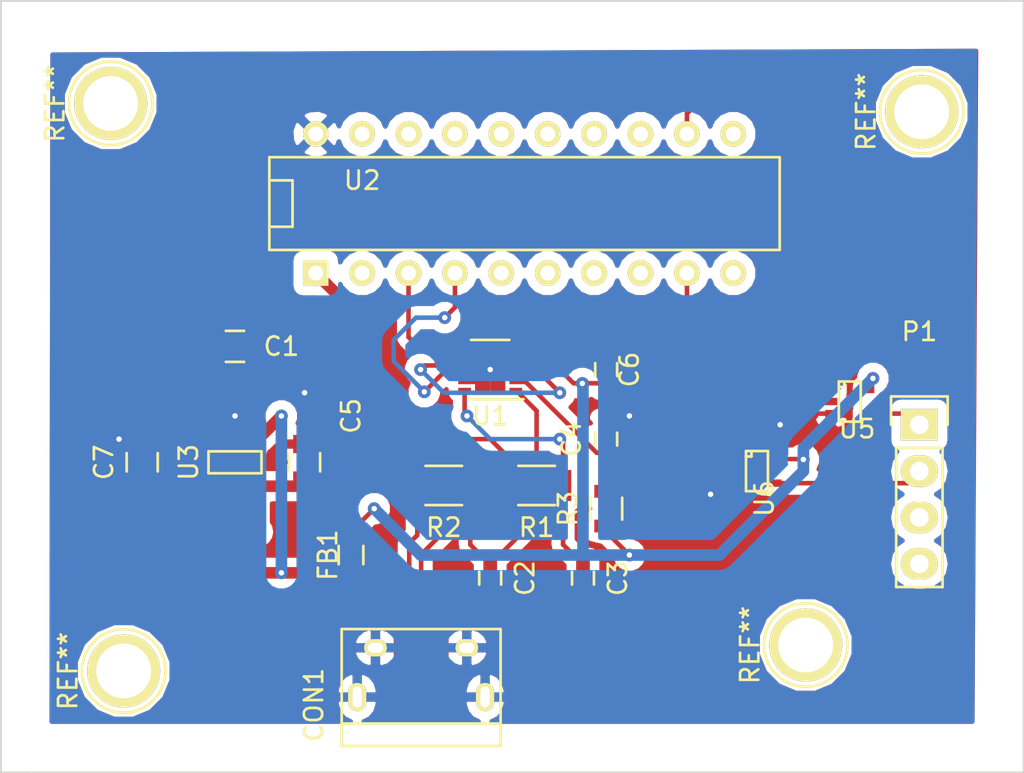
<source format=kicad_pcb>
(kicad_pcb (version 4) (host pcbnew "(2015-07-31 BZR 6030)-product")

  (general
    (links 48)
    (no_connects 0)
    (area 56.593799 37.909599 218.187001 128.179601)
    (thickness 1.6)
    (drawings 5)
    (tracks 175)
    (zones 0)
    (modules 22)
    (nets 17)
  )

  (page A4)
  (layers
    (0 F.Cu signal)
    (31 B.Cu signal)
    (32 B.Adhes user)
    (33 F.Adhes user)
    (34 B.Paste user)
    (35 F.Paste user)
    (36 B.SilkS user)
    (37 F.SilkS user)
    (38 B.Mask user)
    (39 F.Mask user)
    (40 Dwgs.User user)
    (41 Cmts.User user)
    (42 Eco1.User user)
    (43 Eco2.User user)
    (44 Edge.Cuts user)
    (45 Margin user)
    (46 B.CrtYd user)
    (47 F.CrtYd user)
    (48 B.Fab user)
    (49 F.Fab user)
  )

  (setup
    (last_trace_width 0.25)
    (user_trace_width 0.4)
    (user_trace_width 0.4)
    (user_trace_width 0.4)
    (user_trace_width 0.635)
    (user_trace_width 0.635)
    (user_trace_width 0.635)
    (user_trace_width 0.635)
    (user_trace_width 0.8)
    (trace_clearance 0.2)
    (zone_clearance 0.508)
    (zone_45_only no)
    (trace_min 0.2)
    (segment_width 0.2)
    (edge_width 0.1)
    (via_size 0.7)
    (via_drill 0.3)
    (via_min_size 0.4)
    (via_min_drill 0.3)
    (uvia_size 0.3)
    (uvia_drill 0.1)
    (uvias_allowed no)
    (uvia_min_size 0.2)
    (uvia_min_drill 0.1)
    (pcb_text_width 0.3)
    (pcb_text_size 1.5 1.5)
    (mod_edge_width 0.15)
    (mod_text_size 1 1)
    (mod_text_width 0.15)
    (pad_size 5 5)
    (pad_drill 3)
    (pad_to_mask_clearance 0)
    (aux_axis_origin 0 0)
    (grid_origin 198.5282 97.04)
    (visible_elements FFFFFF7F)
    (pcbplotparams
      (layerselection 0x010f0_80000001)
      (usegerberextensions false)
      (excludeedgelayer true)
      (linewidth 0.100000)
      (plotframeref false)
      (viasonmask false)
      (mode 1)
      (useauxorigin false)
      (hpglpennumber 1)
      (hpglpenspeed 20)
      (hpglpendiameter 15)
      (hpglpenoverlay 2)
      (psnegative false)
      (psa4output false)
      (plotreference true)
      (plotvalue true)
      (plotinvisibletext false)
      (padsonsilk false)
      (subtractmaskfromsilk false)
      (outputformat 1)
      (mirror false)
      (drillshape 0)
      (scaleselection 1)
      (outputdirectory ""))
  )

  (net 0 "")
  (net 1 +5V)
  (net 2 GND)
  (net 3 "Net-(C1-Pad1)")
  (net 4 "Net-(C2-Pad1)")
  (net 5 "Net-(C4-Pad1)")
  (net 6 "Net-(C5-Pad1)")
  (net 7 "Net-(CON1-Pad2)")
  (net 8 "Net-(CON1-Pad3)")
  (net 9 "Net-(P1-Pad2)")
  (net 10 "Net-(U2-Pad9)")
  (net 11 "Net-(C3-Pad1)")
  (net 12 "Net-(P1-Pad1)")
  (net 13 "Net-(U1-Pad3)")
  (net 14 "Net-(U1-Pad7)")
  (net 15 "Net-(U1-Pad10)")
  (net 16 "Net-(U2-Pad12)")

  (net_class Default "This is the default net class."
    (clearance 0.2)
    (trace_width 0.25)
    (via_dia 0.7)
    (via_drill 0.3)
    (uvia_dia 0.3)
    (uvia_drill 0.1)
    (add_net +5V)
    (add_net GND)
    (add_net "Net-(C1-Pad1)")
    (add_net "Net-(C2-Pad1)")
    (add_net "Net-(C3-Pad1)")
    (add_net "Net-(C4-Pad1)")
    (add_net "Net-(C5-Pad1)")
    (add_net "Net-(CON1-Pad2)")
    (add_net "Net-(CON1-Pad3)")
    (add_net "Net-(P1-Pad1)")
    (add_net "Net-(P1-Pad2)")
    (add_net "Net-(U1-Pad10)")
    (add_net "Net-(U1-Pad3)")
    (add_net "Net-(U1-Pad7)")
    (add_net "Net-(U2-Pad12)")
    (add_net "Net-(U2-Pad9)")
  )

  (net_class Power ""
    (clearance 0.3)
    (trace_width 0.635)
    (via_dia 0.7)
    (via_drill 0.3)
    (uvia_dia 0.3)
    (uvia_drill 0.1)
  )

  (module Connect:1pin (layer F.Cu) (tedit 55EE3DD6) (tstamp 55EE3DF1)
    (at 169.0776 118.454 90)
    (descr "module 1 pin (ou trou mecanique de percage)")
    (tags DEV)
    (fp_text reference REF** (at 0 -3.048 90) (layer F.SilkS)
      (effects (font (size 1 1) (thickness 0.15)))
    )
    (fp_text value 1pin (at 0 2.794 90) (layer F.Fab)
      (effects (font (size 1 1) (thickness 0.15)))
    )
    (fp_circle (center 0 0) (end 0 -2.286) (layer F.SilkS) (width 0.15))
    (pad 1 thru_hole circle (at 0 0 90) (size 4 4) (drill 3) (layers *.Cu *.Mask F.SilkS))
  )

  (module Connect:1pin (layer F.Cu) (tedit 55EE3DD6) (tstamp 55EE3DEB)
    (at 175.4276 89.244 90)
    (descr "module 1 pin (ou trou mecanique de percage)")
    (tags DEV)
    (fp_text reference REF** (at 0 -3.048 90) (layer F.SilkS)
      (effects (font (size 1 1) (thickness 0.15)))
    )
    (fp_text value 1pin (at 0 2.794 90) (layer F.Fab)
      (effects (font (size 1 1) (thickness 0.15)))
    )
    (fp_circle (center 0 0) (end 0 -2.286) (layer F.SilkS) (width 0.15))
    (pad 1 thru_hole circle (at 0 0 90) (size 4 4) (drill 3) (layers *.Cu *.Mask F.SilkS))
  )

  (module Connect:1pin (layer F.Cu) (tedit 55EE3DD6) (tstamp 55EE3DE1)
    (at 131.0284 88.7868 90)
    (descr "module 1 pin (ou trou mecanique de percage)")
    (tags DEV)
    (fp_text reference REF** (at 0 -3.048 90) (layer F.SilkS)
      (effects (font (size 1 1) (thickness 0.15)))
    )
    (fp_text value 1pin (at 0 2.794 90) (layer F.Fab)
      (effects (font (size 1 1) (thickness 0.15)))
    )
    (fp_circle (center 0 0) (end 0 -2.286) (layer F.SilkS) (width 0.15))
    (pad 1 thru_hole circle (at 0 0 90) (size 4 4) (drill 3) (layers *.Cu *.Mask F.SilkS))
  )

  (module Capacitors_SMD:C_0805 (layer F.Cu) (tedit 55DB746B) (tstamp 55DB72CD)
    (at 137.8356 102.0964)
    (descr "Capacitor SMD 0805, reflow soldering, AVX (see smccp.pdf)")
    (tags "capacitor 0805")
    (path /553845FD)
    (attr smd)
    (fp_text reference C1 (at 2.54 0) (layer F.SilkS)
      (effects (font (size 1 1) (thickness 0.15)))
    )
    (fp_text value 22u (at 0 -2.54) (layer F.Fab)
      (effects (font (size 1 1) (thickness 0.15)))
    )
    (fp_line (start -1.8 -1) (end 1.8 -1) (layer F.CrtYd) (width 0.05))
    (fp_line (start -1.8 1) (end 1.8 1) (layer F.CrtYd) (width 0.05))
    (fp_line (start -1.8 -1) (end -1.8 1) (layer F.CrtYd) (width 0.05))
    (fp_line (start 1.8 -1) (end 1.8 1) (layer F.CrtYd) (width 0.05))
    (fp_line (start 0.5 -0.85) (end -0.5 -0.85) (layer F.SilkS) (width 0.15))
    (fp_line (start -0.5 0.85) (end 0.5 0.85) (layer F.SilkS) (width 0.15))
    (pad 1 smd rect (at -1 0) (size 1 1.25) (layers F.Cu F.Paste F.Mask)
      (net 3 "Net-(C1-Pad1)"))
    (pad 2 smd rect (at 1 0) (size 1 1.25) (layers F.Cu F.Paste F.Mask)
      (net 2 GND))
    (model Capacitors_SMD.3dshapes/C_0805.wrl
      (at (xyz 0 0 0))
      (scale (xyz 1 1 1))
      (rotate (xyz 0 0 0))
    )
  )

  (module Capacitors_SMD:C_0603 (layer F.Cu) (tedit 5415D631) (tstamp 55DB72D9)
    (at 151.8056 114.7964 270)
    (descr "Capacitor SMD 0603, reflow soldering, AVX (see smccp.pdf)")
    (tags "capacitor 0603")
    (path /55386108)
    (attr smd)
    (fp_text reference C2 (at 0 -1.9 270) (layer F.SilkS)
      (effects (font (size 1 1) (thickness 0.15)))
    )
    (fp_text value 47p (at 0 1.9 270) (layer F.Fab)
      (effects (font (size 1 1) (thickness 0.15)))
    )
    (fp_line (start -1.45 -0.75) (end 1.45 -0.75) (layer F.CrtYd) (width 0.05))
    (fp_line (start -1.45 0.75) (end 1.45 0.75) (layer F.CrtYd) (width 0.05))
    (fp_line (start -1.45 -0.75) (end -1.45 0.75) (layer F.CrtYd) (width 0.05))
    (fp_line (start 1.45 -0.75) (end 1.45 0.75) (layer F.CrtYd) (width 0.05))
    (fp_line (start -0.35 -0.6) (end 0.35 -0.6) (layer F.SilkS) (width 0.15))
    (fp_line (start 0.35 0.6) (end -0.35 0.6) (layer F.SilkS) (width 0.15))
    (pad 1 smd rect (at -0.75 0 270) (size 0.8 0.75) (layers F.Cu F.Paste F.Mask)
      (net 4 "Net-(C2-Pad1)"))
    (pad 2 smd rect (at 0.75 0 270) (size 0.8 0.75) (layers F.Cu F.Paste F.Mask)
      (net 2 GND))
    (model Capacitors_SMD.3dshapes/C_0603.wrl
      (at (xyz 0 0 0))
      (scale (xyz 1 1 1))
      (rotate (xyz 0 0 0))
    )
  )

  (module Capacitors_SMD:C_0603 (layer F.Cu) (tedit 5415D631) (tstamp 55DB72E5)
    (at 156.8856 114.7964 270)
    (descr "Capacitor SMD 0603, reflow soldering, AVX (see smccp.pdf)")
    (tags "capacitor 0603")
    (path /553861AD)
    (attr smd)
    (fp_text reference C3 (at 0 -1.9 270) (layer F.SilkS)
      (effects (font (size 1 1) (thickness 0.15)))
    )
    (fp_text value 47p (at 0 1.9 270) (layer F.Fab)
      (effects (font (size 1 1) (thickness 0.15)))
    )
    (fp_line (start -1.45 -0.75) (end 1.45 -0.75) (layer F.CrtYd) (width 0.05))
    (fp_line (start -1.45 0.75) (end 1.45 0.75) (layer F.CrtYd) (width 0.05))
    (fp_line (start -1.45 -0.75) (end -1.45 0.75) (layer F.CrtYd) (width 0.05))
    (fp_line (start 1.45 -0.75) (end 1.45 0.75) (layer F.CrtYd) (width 0.05))
    (fp_line (start -0.35 -0.6) (end 0.35 -0.6) (layer F.SilkS) (width 0.15))
    (fp_line (start 0.35 0.6) (end -0.35 0.6) (layer F.SilkS) (width 0.15))
    (pad 1 smd rect (at -0.75 0 270) (size 0.8 0.75) (layers F.Cu F.Paste F.Mask)
      (net 11 "Net-(C3-Pad1)"))
    (pad 2 smd rect (at 0.75 0 270) (size 0.8 0.75) (layers F.Cu F.Paste F.Mask)
      (net 2 GND))
    (model Capacitors_SMD.3dshapes/C_0603.wrl
      (at (xyz 0 0 0))
      (scale (xyz 1 1 1))
      (rotate (xyz 0 0 0))
    )
  )

  (module Capacitors_SMD:C_0603 (layer F.Cu) (tedit 5415D631) (tstamp 55DB72F1)
    (at 158.1556 107.1764 90)
    (descr "Capacitor SMD 0603, reflow soldering, AVX (see smccp.pdf)")
    (tags "capacitor 0603")
    (path /55385764)
    (attr smd)
    (fp_text reference C4 (at 0 -1.9 90) (layer F.SilkS)
      (effects (font (size 1 1) (thickness 0.15)))
    )
    (fp_text value 100n (at 0 1.9 90) (layer F.Fab)
      (effects (font (size 1 1) (thickness 0.15)))
    )
    (fp_line (start -1.45 -0.75) (end 1.45 -0.75) (layer F.CrtYd) (width 0.05))
    (fp_line (start -1.45 0.75) (end 1.45 0.75) (layer F.CrtYd) (width 0.05))
    (fp_line (start -1.45 -0.75) (end -1.45 0.75) (layer F.CrtYd) (width 0.05))
    (fp_line (start 1.45 -0.75) (end 1.45 0.75) (layer F.CrtYd) (width 0.05))
    (fp_line (start -0.35 -0.6) (end 0.35 -0.6) (layer F.SilkS) (width 0.15))
    (fp_line (start 0.35 0.6) (end -0.35 0.6) (layer F.SilkS) (width 0.15))
    (pad 1 smd rect (at -0.75 0 90) (size 0.8 0.75) (layers F.Cu F.Paste F.Mask)
      (net 5 "Net-(C4-Pad1)"))
    (pad 2 smd rect (at 0.75 0 90) (size 0.8 0.75) (layers F.Cu F.Paste F.Mask)
      (net 2 GND))
    (model Capacitors_SMD.3dshapes/C_0603.wrl
      (at (xyz 0 0 0))
      (scale (xyz 1 1 1))
      (rotate (xyz 0 0 0))
    )
  )

  (module Capacitors_SMD:C_0805 (layer F.Cu) (tedit 55DB74B2) (tstamp 55DB72FD)
    (at 141.6456 108.4464 90)
    (descr "Capacitor SMD 0805, reflow soldering, AVX (see smccp.pdf)")
    (tags "capacitor 0805")
    (path /55384C13)
    (attr smd)
    (fp_text reference C5 (at 2.54 2.54 90) (layer F.SilkS)
      (effects (font (size 1 1) (thickness 0.15)))
    )
    (fp_text value 22u (at 0 2.54 90) (layer F.Fab)
      (effects (font (size 1 1) (thickness 0.15)))
    )
    (fp_line (start -1.8 -1) (end 1.8 -1) (layer F.CrtYd) (width 0.05))
    (fp_line (start -1.8 1) (end 1.8 1) (layer F.CrtYd) (width 0.05))
    (fp_line (start -1.8 -1) (end -1.8 1) (layer F.CrtYd) (width 0.05))
    (fp_line (start 1.8 -1) (end 1.8 1) (layer F.CrtYd) (width 0.05))
    (fp_line (start 0.5 -0.85) (end -0.5 -0.85) (layer F.SilkS) (width 0.15))
    (fp_line (start -0.5 0.85) (end 0.5 0.85) (layer F.SilkS) (width 0.15))
    (pad 1 smd rect (at -1 0 90) (size 1 1.25) (layers F.Cu F.Paste F.Mask)
      (net 6 "Net-(C5-Pad1)"))
    (pad 2 smd rect (at 1 0 90) (size 1 1.25) (layers F.Cu F.Paste F.Mask)
      (net 2 GND))
    (model Capacitors_SMD.3dshapes/C_0805.wrl
      (at (xyz 0 0 0))
      (scale (xyz 1 1 1))
      (rotate (xyz 0 0 0))
    )
  )

  (module Capacitors_SMD:C_0603 (layer F.Cu) (tedit 55DB8835) (tstamp 55DB7309)
    (at 158.1556 103.3664 90)
    (descr "Capacitor SMD 0603, reflow soldering, AVX (see smccp.pdf)")
    (tags "capacitor 0603")
    (path /5539460A)
    (attr smd)
    (fp_text reference C6 (at 0 1.27 90) (layer F.SilkS)
      (effects (font (size 1 1) (thickness 0.15)))
    )
    (fp_text value 100n (at 3.81 0 90) (layer F.Fab)
      (effects (font (size 1 1) (thickness 0.15)))
    )
    (fp_line (start -1.45 -0.75) (end 1.45 -0.75) (layer F.CrtYd) (width 0.05))
    (fp_line (start -1.45 0.75) (end 1.45 0.75) (layer F.CrtYd) (width 0.05))
    (fp_line (start -1.45 -0.75) (end -1.45 0.75) (layer F.CrtYd) (width 0.05))
    (fp_line (start 1.45 -0.75) (end 1.45 0.75) (layer F.CrtYd) (width 0.05))
    (fp_line (start -0.35 -0.6) (end 0.35 -0.6) (layer F.SilkS) (width 0.15))
    (fp_line (start 0.35 0.6) (end -0.35 0.6) (layer F.SilkS) (width 0.15))
    (pad 1 smd rect (at -0.75 0 90) (size 0.8 0.75) (layers F.Cu F.Paste F.Mask)
      (net 1 +5V))
    (pad 2 smd rect (at 0.75 0 90) (size 0.8 0.75) (layers F.Cu F.Paste F.Mask)
      (net 2 GND))
    (model Capacitors_SMD.3dshapes/C_0603.wrl
      (at (xyz 0 0 0))
      (scale (xyz 1 1 1))
      (rotate (xyz 0 0 0))
    )
  )

  (module Capacitors_SMD:C_0805 (layer F.Cu) (tedit 5415D6EA) (tstamp 55DB7315)
    (at 132.7556 108.4464 90)
    (descr "Capacitor SMD 0805, reflow soldering, AVX (see smccp.pdf)")
    (tags "capacitor 0805")
    (path /55393FD2)
    (attr smd)
    (fp_text reference C7 (at 0 -2.1 90) (layer F.SilkS)
      (effects (font (size 1 1) (thickness 0.15)))
    )
    (fp_text value 0.1u (at 0 2.1 90) (layer F.Fab)
      (effects (font (size 1 1) (thickness 0.15)))
    )
    (fp_line (start -1.8 -1) (end 1.8 -1) (layer F.CrtYd) (width 0.05))
    (fp_line (start -1.8 1) (end 1.8 1) (layer F.CrtYd) (width 0.05))
    (fp_line (start -1.8 -1) (end -1.8 1) (layer F.CrtYd) (width 0.05))
    (fp_line (start 1.8 -1) (end 1.8 1) (layer F.CrtYd) (width 0.05))
    (fp_line (start 0.5 -0.85) (end -0.5 -0.85) (layer F.SilkS) (width 0.15))
    (fp_line (start -0.5 0.85) (end 0.5 0.85) (layer F.SilkS) (width 0.15))
    (pad 1 smd rect (at -1 0 90) (size 1 1.25) (layers F.Cu F.Paste F.Mask)
      (net 6 "Net-(C5-Pad1)"))
    (pad 2 smd rect (at 1 0 90) (size 1 1.25) (layers F.Cu F.Paste F.Mask)
      (net 2 GND))
    (model Capacitors_SMD.3dshapes/C_0805.wrl
      (at (xyz 0 0 0))
      (scale (xyz 1 1 1))
      (rotate (xyz 0 0 0))
    )
  )

  (module Connect:USB_Micro-B (layer F.Cu) (tedit 55EE3CF8) (tstamp 55DB7327)
    (at 146.7256 118.6064 90)
    (descr "Micro USB Type B Receptacle")
    (tags "USB, micro, type B, receptacle")
    (path /5538404B)
    (fp_text reference CON1 (at -3.125 -4.575 90) (layer F.SilkS)
      (effects (font (size 1 1) (thickness 0.15)))
    )
    (fp_text value USB-MICRO-B (at -2.0828 12.192 180) (layer F.Fab)
      (effects (font (size 1 1) (thickness 0.15)))
    )
    (fp_line (start -5.38 -3.05) (end -5.38 5.65) (layer F.SilkS) (width 0.15))
    (fp_line (start 1.025 -3.05) (end 1.025 5.65) (layer F.SilkS) (width 0.15))
    (fp_line (start 1.025 5.65) (end -5.38 5.65) (layer F.SilkS) (width 0.15))
    (fp_line (start -4.15 5.65) (end -4.15 -3.05) (layer F.SilkS) (width 0.15))
    (fp_line (start -5.38 -3.05) (end 1.025 -3.05) (layer F.SilkS) (width 0.15))
    (pad 1 smd rect (at 0 0 90) (size 1.35 0.4) (layers F.Cu F.Paste F.Mask)
      (net 3 "Net-(C1-Pad1)"))
    (pad 2 smd rect (at 0 0.65 90) (size 1.35 0.4) (layers F.Cu F.Paste F.Mask)
      (net 7 "Net-(CON1-Pad2)"))
    (pad 3 smd rect (at 0 1.3 90) (size 1.35 0.4) (layers F.Cu F.Paste F.Mask)
      (net 8 "Net-(CON1-Pad3)"))
    (pad 4 smd rect (at 0 1.95 90) (size 1.35 0.4) (layers F.Cu F.Paste F.Mask))
    (pad 5 smd rect (at 0 2.6 90) (size 1.35 0.4) (layers F.Cu F.Paste F.Mask)
      (net 2 GND))
    (pad 6 thru_hole oval (at 0 -1.2 90) (size 0.95 1.25) (drill oval 0.55 0.85) (layers *.Cu *.Mask F.SilkS)
      (net 2 GND) (clearance 0.2))
    (pad 7 thru_hole oval (at 0 3.8 90) (size 0.95 1.25) (drill oval 0.55 0.85) (layers *.Cu *.Mask F.SilkS)
      (net 2 GND))
    (pad 8 thru_hole oval (at -2.7 -2.2 90) (size 1.55 1) (drill oval 1.15 0.5) (layers *.Cu *.Mask F.SilkS)
      (net 2 GND))
    (pad 9 thru_hole oval (at -2.7 4.8 90) (size 1.55 1) (drill oval 1.15 0.5) (layers *.Cu *.Mask F.SilkS)
      (net 2 GND))
  )

  (module Resistors_SMD:R_0603 (layer F.Cu) (tedit 55DB746F) (tstamp 55DB7333)
    (at 144.1856 113.5264 270)
    (descr "Resistor SMD 0603, reflow soldering, Vishay (see dcrcw.pdf)")
    (tags "resistor 0603")
    (path /55384EAA)
    (attr smd)
    (fp_text reference FB1 (at 0 1.27 270) (layer F.SilkS)
      (effects (font (size 1 1) (thickness 0.15)))
    )
    (fp_text value FERRITEBEAD (at 0 1.9 270) (layer F.Fab)
      (effects (font (size 1 1) (thickness 0.15)))
    )
    (fp_line (start -1.3 -0.8) (end 1.3 -0.8) (layer F.CrtYd) (width 0.05))
    (fp_line (start -1.3 0.8) (end 1.3 0.8) (layer F.CrtYd) (width 0.05))
    (fp_line (start -1.3 -0.8) (end -1.3 0.8) (layer F.CrtYd) (width 0.05))
    (fp_line (start 1.3 -0.8) (end 1.3 0.8) (layer F.CrtYd) (width 0.05))
    (fp_line (start 0.5 0.675) (end -0.5 0.675) (layer F.SilkS) (width 0.15))
    (fp_line (start -0.5 -0.675) (end 0.5 -0.675) (layer F.SilkS) (width 0.15))
    (pad 1 smd rect (at -0.75 0 270) (size 0.5 0.9) (layers F.Cu F.Paste F.Mask)
      (net 1 +5V))
    (pad 2 smd rect (at 0.75 0 270) (size 0.5 0.9) (layers F.Cu F.Paste F.Mask)
      (net 3 "Net-(C1-Pad1)"))
    (model Resistors_SMD.3dshapes/R_0603.wrl
      (at (xyz 0 0 0))
      (scale (xyz 1 1 1))
      (rotate (xyz 0 0 0))
    )
  )

  (module Pin_Headers:Pin_Header_Straight_1x04 (layer F.Cu) (tedit 55EE3C8C) (tstamp 55DB7346)
    (at 175.3006 106.389)
    (descr "Through hole pin header")
    (tags "pin header")
    (path /55389E05)
    (fp_text reference P1 (at 0 -5.1) (layer F.SilkS)
      (effects (font (size 1 1) (thickness 0.15)))
    )
    (fp_text value SERVO_PWMS (at -2.5146 9.017 90) (layer F.Fab)
      (effects (font (size 1 1) (thickness 0.15)))
    )
    (fp_line (start -1.75 -1.75) (end -1.75 9.4) (layer F.CrtYd) (width 0.05))
    (fp_line (start 1.75 -1.75) (end 1.75 9.4) (layer F.CrtYd) (width 0.05))
    (fp_line (start -1.75 -1.75) (end 1.75 -1.75) (layer F.CrtYd) (width 0.05))
    (fp_line (start -1.75 9.4) (end 1.75 9.4) (layer F.CrtYd) (width 0.05))
    (fp_line (start -1.27 1.27) (end -1.27 8.89) (layer F.SilkS) (width 0.15))
    (fp_line (start 1.27 1.27) (end 1.27 8.89) (layer F.SilkS) (width 0.15))
    (fp_line (start 1.55 -1.55) (end 1.55 0) (layer F.SilkS) (width 0.15))
    (fp_line (start -1.27 8.89) (end 1.27 8.89) (layer F.SilkS) (width 0.15))
    (fp_line (start 1.27 1.27) (end -1.27 1.27) (layer F.SilkS) (width 0.15))
    (fp_line (start -1.55 0) (end -1.55 -1.55) (layer F.SilkS) (width 0.15))
    (fp_line (start -1.55 -1.55) (end 1.55 -1.55) (layer F.SilkS) (width 0.15))
    (pad 1 thru_hole rect (at 0 0) (size 2.032 1.7272) (drill 1.016) (layers *.Cu *.Mask F.SilkS)
      (net 12 "Net-(P1-Pad1)"))
    (pad 2 thru_hole oval (at 0 2.54) (size 2.032 1.7272) (drill 1.016) (layers *.Cu *.Mask F.SilkS)
      (net 9 "Net-(P1-Pad2)"))
    (pad 3 thru_hole oval (at 0 5.08) (size 2.032 1.7272) (drill 1.016) (layers *.Cu *.Mask F.SilkS))
    (pad 4 thru_hole oval (at 0 7.62) (size 2.032 1.7272) (drill 1.016) (layers *.Cu *.Mask F.SilkS))
    (model Pin_Headers.3dshapes/Pin_Header_Straight_1x04.wrl
      (at (xyz 0 -0.15 0))
      (scale (xyz 1 1 1))
      (rotate (xyz 0 0 90))
    )
  )

  (module Resistors_SMD:R_1206 (layer F.Cu) (tedit 5415CFA7) (tstamp 55DB7352)
    (at 154.3456 109.7164 180)
    (descr "Resistor SMD 1206, reflow soldering, Vishay (see dcrcw.pdf)")
    (tags "resistor 1206")
    (path /55385B36)
    (attr smd)
    (fp_text reference R1 (at 0 -2.3 180) (layer F.SilkS)
      (effects (font (size 1 1) (thickness 0.15)))
    )
    (fp_text value 27 (at 0 2.3 180) (layer F.Fab)
      (effects (font (size 1 1) (thickness 0.15)))
    )
    (fp_line (start -2.2 -1.2) (end 2.2 -1.2) (layer F.CrtYd) (width 0.05))
    (fp_line (start -2.2 1.2) (end 2.2 1.2) (layer F.CrtYd) (width 0.05))
    (fp_line (start -2.2 -1.2) (end -2.2 1.2) (layer F.CrtYd) (width 0.05))
    (fp_line (start 2.2 -1.2) (end 2.2 1.2) (layer F.CrtYd) (width 0.05))
    (fp_line (start 1 1.075) (end -1 1.075) (layer F.SilkS) (width 0.15))
    (fp_line (start -1 -1.075) (end 1 -1.075) (layer F.SilkS) (width 0.15))
    (pad 1 smd rect (at -1.45 0 180) (size 0.9 1.7) (layers F.Cu F.Paste F.Mask)
      (net 11 "Net-(C3-Pad1)"))
    (pad 2 smd rect (at 1.45 0 180) (size 0.9 1.7) (layers F.Cu F.Paste F.Mask)
      (net 8 "Net-(CON1-Pad3)"))
    (model Resistors_SMD.3dshapes/R_1206.wrl
      (at (xyz 0 0 0))
      (scale (xyz 1 1 1))
      (rotate (xyz 0 0 0))
    )
  )

  (module Resistors_SMD:R_1206 (layer F.Cu) (tedit 5415CFA7) (tstamp 55DB735E)
    (at 149.2656 109.7164 180)
    (descr "Resistor SMD 1206, reflow soldering, Vishay (see dcrcw.pdf)")
    (tags "resistor 1206")
    (path /55385B03)
    (attr smd)
    (fp_text reference R2 (at 0 -2.3 180) (layer F.SilkS)
      (effects (font (size 1 1) (thickness 0.15)))
    )
    (fp_text value 27 (at 0 2.3 180) (layer F.Fab)
      (effects (font (size 1 1) (thickness 0.15)))
    )
    (fp_line (start -2.2 -1.2) (end 2.2 -1.2) (layer F.CrtYd) (width 0.05))
    (fp_line (start -2.2 1.2) (end 2.2 1.2) (layer F.CrtYd) (width 0.05))
    (fp_line (start -2.2 -1.2) (end -2.2 1.2) (layer F.CrtYd) (width 0.05))
    (fp_line (start 2.2 -1.2) (end 2.2 1.2) (layer F.CrtYd) (width 0.05))
    (fp_line (start 1 1.075) (end -1 1.075) (layer F.SilkS) (width 0.15))
    (fp_line (start -1 -1.075) (end 1 -1.075) (layer F.SilkS) (width 0.15))
    (pad 1 smd rect (at -1.45 0 180) (size 0.9 1.7) (layers F.Cu F.Paste F.Mask)
      (net 4 "Net-(C2-Pad1)"))
    (pad 2 smd rect (at 1.45 0 180) (size 0.9 1.7) (layers F.Cu F.Paste F.Mask)
      (net 7 "Net-(CON1-Pad2)"))
    (model Resistors_SMD.3dshapes/R_1206.wrl
      (at (xyz 0 0 0))
      (scale (xyz 1 1 1))
      (rotate (xyz 0 0 0))
    )
  )

  (module Resistors_SMD:R_0805 (layer F.Cu) (tedit 5415CDEB) (tstamp 55DB736A)
    (at 158.1556 110.9864 90)
    (descr "Resistor SMD 0805, reflow soldering, Vishay (see dcrcw.pdf)")
    (tags "resistor 0805")
    (path /55387053)
    (attr smd)
    (fp_text reference R3 (at 0 -2.1 90) (layer F.SilkS)
      (effects (font (size 1 1) (thickness 0.15)))
    )
    (fp_text value 10k (at 0 2.1 90) (layer F.Fab)
      (effects (font (size 1 1) (thickness 0.15)))
    )
    (fp_line (start -1.6 -1) (end 1.6 -1) (layer F.CrtYd) (width 0.05))
    (fp_line (start -1.6 1) (end 1.6 1) (layer F.CrtYd) (width 0.05))
    (fp_line (start -1.6 -1) (end -1.6 1) (layer F.CrtYd) (width 0.05))
    (fp_line (start 1.6 -1) (end 1.6 1) (layer F.CrtYd) (width 0.05))
    (fp_line (start 0.6 0.875) (end -0.6 0.875) (layer F.SilkS) (width 0.15))
    (fp_line (start -0.6 -0.875) (end 0.6 -0.875) (layer F.SilkS) (width 0.15))
    (pad 1 smd rect (at -0.95 0 90) (size 0.7 1.3) (layers F.Cu F.Paste F.Mask)
      (net 1 +5V))
    (pad 2 smd rect (at 0.95 0 90) (size 0.7 1.3) (layers F.Cu F.Paste F.Mask)
      (net 5 "Net-(C4-Pad1)"))
    (model Resistors_SMD.3dshapes/R_0805.wrl
      (at (xyz 0 0 0))
      (scale (xyz 1 1 1))
      (rotate (xyz 0 0 0))
    )
  )

  (module Housings_DFN_QFN:DFN-12-1EP_3x3mm_Pitch0.45mm (layer F.Cu) (tedit 54130A77) (tstamp 55DB7384)
    (at 151.8056 103.3664 180)
    (descr "DD Package; 12-Lead Plastic DFN (3mm x 3mm) (see Linear Technology DFN_12_05-08-1725.pdf)")
    (tags "DFN 0.45")
    (path /55383BD6)
    (attr smd)
    (fp_text reference U1 (at 0 -2.55 180) (layer F.SilkS)
      (effects (font (size 1 1) (thickness 0.15)))
    )
    (fp_text value FT234XD (at 0 2.55 180) (layer F.Fab)
      (effects (font (size 1 1) (thickness 0.15)))
    )
    (fp_line (start -2 -1.8) (end -2 1.8) (layer F.CrtYd) (width 0.05))
    (fp_line (start 2 -1.8) (end 2 1.8) (layer F.CrtYd) (width 0.05))
    (fp_line (start -2 -1.8) (end 2 -1.8) (layer F.CrtYd) (width 0.05))
    (fp_line (start -2 1.8) (end 2 1.8) (layer F.CrtYd) (width 0.05))
    (fp_line (start -1.05 1.625) (end 1.05 1.625) (layer F.SilkS) (width 0.15))
    (fp_line (start -1.825 -1.625) (end 1.05 -1.625) (layer F.SilkS) (width 0.15))
    (pad 1 smd rect (at -1.4 -1.125 180) (size 0.7 0.25) (layers F.Cu F.Paste F.Mask)
      (net 4 "Net-(C2-Pad1)"))
    (pad 2 smd rect (at -1.4 -0.675 180) (size 0.7 0.25) (layers F.Cu F.Paste F.Mask)
      (net 5 "Net-(C4-Pad1)"))
    (pad 3 smd rect (at -1.4 -0.225 180) (size 0.7 0.25) (layers F.Cu F.Paste F.Mask)
      (net 13 "Net-(U1-Pad3)"))
    (pad 4 smd rect (at -1.4 0.225 180) (size 0.7 0.25) (layers F.Cu F.Paste F.Mask)
      (net 1 +5V))
    (pad 5 smd rect (at -1.4 0.675 180) (size 0.7 0.25) (layers F.Cu F.Paste F.Mask)
      (net 2 GND))
    (pad 6 smd rect (at -1.4 1.125 180) (size 0.7 0.25) (layers F.Cu F.Paste F.Mask))
    (pad 7 smd rect (at 1.4 1.125 180) (size 0.7 0.25) (layers F.Cu F.Paste F.Mask)
      (net 14 "Net-(U1-Pad7)"))
    (pad 8 smd rect (at 1.4 0.675 180) (size 0.7 0.25) (layers F.Cu F.Paste F.Mask))
    (pad 9 smd rect (at 1.4 0.225 180) (size 0.7 0.25) (layers F.Cu F.Paste F.Mask)
      (net 13 "Net-(U1-Pad3)"))
    (pad 10 smd rect (at 1.4 -0.225 180) (size 0.7 0.25) (layers F.Cu F.Paste F.Mask)
      (net 15 "Net-(U1-Pad10)"))
    (pad 11 smd rect (at 1.4 -0.675 180) (size 0.7 0.25) (layers F.Cu F.Paste F.Mask)
      (net 2 GND))
    (pad 12 smd rect (at 1.4 -1.125 180) (size 0.7 0.25) (layers F.Cu F.Paste F.Mask)
      (net 11 "Net-(C3-Pad1)"))
    (pad 13 smd rect (at 0.415 0.595 180) (size 0.83 1.19) (layers F.Cu F.Paste F.Mask)
      (net 2 GND) (solder_paste_margin_ratio -0.2))
    (pad 13 smd rect (at 0.415 -0.595 180) (size 0.83 1.19) (layers F.Cu F.Paste F.Mask)
      (net 2 GND) (solder_paste_margin_ratio -0.2))
    (pad 13 smd rect (at -0.415 0.595 180) (size 0.83 1.19) (layers F.Cu F.Paste F.Mask)
      (net 2 GND) (solder_paste_margin_ratio -0.2))
    (pad 13 smd rect (at -0.415 -0.595 180) (size 0.83 1.19) (layers F.Cu F.Paste F.Mask)
      (net 2 GND) (solder_paste_margin_ratio -0.2))
    (model Housings_DFN_QFN.3dshapes/DFN-12-1EP_3x3mm_Pitch0.45mm.wrl
      (at (xyz 0 0 0))
      (scale (xyz 1 1 1))
      (rotate (xyz 0 0 0))
    )
  )

  (module Sockets_DIP:DIP-20__300 (layer F.Cu) (tedit 0) (tstamp 55DB73A3)
    (at 153.6852 94.2732)
    (descr "20 pins DIL package, round pads")
    (tags DIL)
    (path /55383D86)
    (fp_text reference U2 (at -8.89 -1.27) (layer F.SilkS)
      (effects (font (size 1 1) (thickness 0.15)))
    )
    (fp_text value MSP430G2153 (at 6.35 1.27) (layer F.Fab)
      (effects (font (size 1 1) (thickness 0.15)))
    )
    (fp_line (start -13.97 -1.27) (end -12.7 -1.27) (layer F.SilkS) (width 0.15))
    (fp_line (start -12.7 -1.27) (end -12.7 1.27) (layer F.SilkS) (width 0.15))
    (fp_line (start -12.7 1.27) (end -13.97 1.27) (layer F.SilkS) (width 0.15))
    (fp_line (start -13.97 -2.54) (end 13.97 -2.54) (layer F.SilkS) (width 0.15))
    (fp_line (start 13.97 -2.54) (end 13.97 2.54) (layer F.SilkS) (width 0.15))
    (fp_line (start 13.97 2.54) (end -13.97 2.54) (layer F.SilkS) (width 0.15))
    (fp_line (start -13.97 2.54) (end -13.97 -2.54) (layer F.SilkS) (width 0.15))
    (pad 1 thru_hole rect (at -11.43 3.81) (size 1.397 1.397) (drill 0.8128) (layers *.Cu *.Mask F.SilkS)
      (net 6 "Net-(C5-Pad1)"))
    (pad 2 thru_hole circle (at -8.89 3.81) (size 1.397 1.397) (drill 0.8128) (layers *.Cu *.Mask F.SilkS))
    (pad 3 thru_hole circle (at -6.35 3.81) (size 1.397 1.397) (drill 0.8128) (layers *.Cu *.Mask F.SilkS)
      (net 14 "Net-(U1-Pad7)"))
    (pad 4 thru_hole circle (at -3.81 3.81) (size 1.397 1.397) (drill 0.8128) (layers *.Cu *.Mask F.SilkS)
      (net 15 "Net-(U1-Pad10)"))
    (pad 5 thru_hole circle (at -1.27 3.81) (size 1.397 1.397) (drill 0.8128) (layers *.Cu *.Mask F.SilkS))
    (pad 6 thru_hole circle (at 1.27 3.81) (size 1.397 1.397) (drill 0.8128) (layers *.Cu *.Mask F.SilkS))
    (pad 7 thru_hole circle (at 3.81 3.81) (size 1.397 1.397) (drill 0.8128) (layers *.Cu *.Mask F.SilkS))
    (pad 8 thru_hole circle (at 6.35 3.81) (size 1.397 1.397) (drill 0.8128) (layers *.Cu *.Mask F.SilkS))
    (pad 9 thru_hole circle (at 8.89 3.81) (size 1.397 1.397) (drill 0.8128) (layers *.Cu *.Mask F.SilkS)
      (net 10 "Net-(U2-Pad9)"))
    (pad 10 thru_hole circle (at 11.43 3.81) (size 1.397 1.397) (drill 0.8128) (layers *.Cu *.Mask F.SilkS))
    (pad 11 thru_hole circle (at 11.43 -3.81) (size 1.397 1.397) (drill 0.8128) (layers *.Cu *.Mask F.SilkS))
    (pad 12 thru_hole circle (at 8.89 -3.81) (size 1.397 1.397) (drill 0.8128) (layers *.Cu *.Mask F.SilkS)
      (net 16 "Net-(U2-Pad12)"))
    (pad 13 thru_hole circle (at 6.35 -3.81) (size 1.397 1.397) (drill 0.8128) (layers *.Cu *.Mask F.SilkS))
    (pad 14 thru_hole circle (at 3.81 -3.81) (size 1.397 1.397) (drill 0.8128) (layers *.Cu *.Mask F.SilkS))
    (pad 15 thru_hole circle (at 1.27 -3.81) (size 1.397 1.397) (drill 0.8128) (layers *.Cu *.Mask F.SilkS))
    (pad 16 thru_hole circle (at -1.27 -3.81) (size 1.397 1.397) (drill 0.8128) (layers *.Cu *.Mask F.SilkS))
    (pad 17 thru_hole circle (at -3.81 -3.81) (size 1.397 1.397) (drill 0.8128) (layers *.Cu *.Mask F.SilkS))
    (pad 18 thru_hole circle (at -6.35 -3.81) (size 1.397 1.397) (drill 0.8128) (layers *.Cu *.Mask F.SilkS))
    (pad 19 thru_hole circle (at -8.89 -3.81) (size 1.397 1.397) (drill 0.8128) (layers *.Cu *.Mask F.SilkS))
    (pad 20 thru_hole circle (at -11.43 -3.81) (size 1.397 1.397) (drill 0.8128) (layers *.Cu *.Mask F.SilkS)
      (net 2 GND))
    (model Sockets_DIP.3dshapes/DIP-20__300.wrl
      (at (xyz 0 0 0))
      (scale (xyz 1 1 1))
      (rotate (xyz 0 0 0))
    )
  )

  (module custom_footprints:TSOT-23 (layer F.Cu) (tedit 55DB7527) (tstamp 55DB73B0)
    (at 137.8356 108.4464 180)
    (path /55383F31)
    (fp_text reference U3 (at 2.54 0 270) (layer F.SilkS)
      (effects (font (size 1 1) (thickness 0.15)))
    )
    (fp_text value ADP151AUJZ-3.3-R7 (at 3.81 0 270) (layer F.Fab)
      (effects (font (size 1 1) (thickness 0.15)))
    )
    (fp_line (start -1.45 0.6) (end 1.45 0.6) (layer F.SilkS) (width 0.15))
    (fp_line (start -1.45 -0.6) (end 1.45 -0.6) (layer F.SilkS) (width 0.15))
    (fp_line (start 1.45 -0.6) (end 1.45 0.6) (layer F.SilkS) (width 0.15))
    (fp_line (start -1.45 0.6) (end -1.45 -0.6) (layer F.SilkS) (width 0.15))
    (pad 4 smd rect (at 0.95 -1.31 180) (size 0.62 1.22) (layers F.Cu F.Paste F.Mask))
    (pad 5 smd rect (at -0.95 -1.31 180) (size 0.62 1.22) (layers F.Cu F.Paste F.Mask)
      (net 6 "Net-(C5-Pad1)"))
    (pad 3 smd rect (at 0.95 1.31 180) (size 0.62 1.22) (layers F.Cu F.Paste F.Mask)
      (net 3 "Net-(C1-Pad1)"))
    (pad 1 smd rect (at -0.95 1.31 180) (size 0.62 1.22) (layers F.Cu F.Paste F.Mask)
      (net 3 "Net-(C1-Pad1)"))
    (pad 2 smd rect (at 0 1.31 180) (size 0.62 1.22) (layers F.Cu F.Paste F.Mask)
      (net 2 GND))
  )

  (module Transistors_SMD:sc70-5 (layer F.Cu) (tedit 55DB73C8) (tstamp 55DB73CE)
    (at 171.4906 105.119 270)
    (descr "SC70-5 SOT323-5")
    (path /55383D10)
    (attr smd)
    (fp_text reference U5 (at 1.5 -0.4 540) (layer F.SilkS)
      (effects (font (size 1 1) (thickness 0.15)))
    )
    (fp_text value SN74LV1T04 (at 2.2 0.3 360) (layer F.Fab)
      (effects (font (size 1 1) (thickness 0.15)))
    )
    (fp_line (start -1.1 0.3) (end -0.8 0.3) (layer F.SilkS) (width 0.15))
    (fp_line (start -0.8 0.3) (end -0.8 0.6) (layer F.SilkS) (width 0.15))
    (fp_line (start 1.1 -0.6) (end -1.1 -0.6) (layer F.SilkS) (width 0.15))
    (fp_line (start -1.1 -0.6) (end -1.1 0.6) (layer F.SilkS) (width 0.15))
    (fp_line (start -1.1 0.6) (end 1.1 0.6) (layer F.SilkS) (width 0.15))
    (fp_line (start 1.1 0.6) (end 1.1 -0.6) (layer F.SilkS) (width 0.15))
    (pad 1 smd rect (at -0.6604 1.016 270) (size 0.4064 0.6604) (layers F.Cu F.Paste F.Mask))
    (pad 3 smd rect (at 0.6604 1.016 270) (size 0.4064 0.6604) (layers F.Cu F.Paste F.Mask)
      (net 2 GND))
    (pad 2 smd rect (at 0 1.016 270) (size 0.4064 0.6604) (layers F.Cu F.Paste F.Mask)
      (net 16 "Net-(U2-Pad12)"))
    (pad 4 smd rect (at 0.6604 -1.016 270) (size 0.4064 0.6604) (layers F.Cu F.Paste F.Mask)
      (net 12 "Net-(P1-Pad1)"))
    (pad 5 smd rect (at -0.6604 -1.016 270) (size 0.4064 0.6604) (layers F.Cu F.Paste F.Mask)
      (net 1 +5V))
    (model Transistors_SMD.3dshapes/sc70-5.wrl
      (at (xyz 0 0 0))
      (scale (xyz 1 1 1))
      (rotate (xyz 0 0 0))
    )
  )

  (module Transistors_SMD:sc70-5 (layer F.Cu) (tedit 55DB73BC) (tstamp 55DB73DD)
    (at 166.4106 108.929 270)
    (descr "SC70-5 SOT323-5")
    (path /55383D48)
    (attr smd)
    (fp_text reference U6 (at 1.5 -0.4 270) (layer F.SilkS)
      (effects (font (size 1 1) (thickness 0.15)))
    )
    (fp_text value SN74LV1T04 (at 2.2 0.3 360) (layer F.Fab)
      (effects (font (size 1 1) (thickness 0.15)))
    )
    (fp_line (start -1.1 0.3) (end -0.8 0.3) (layer F.SilkS) (width 0.15))
    (fp_line (start -0.8 0.3) (end -0.8 0.6) (layer F.SilkS) (width 0.15))
    (fp_line (start 1.1 -0.6) (end -1.1 -0.6) (layer F.SilkS) (width 0.15))
    (fp_line (start -1.1 -0.6) (end -1.1 0.6) (layer F.SilkS) (width 0.15))
    (fp_line (start -1.1 0.6) (end 1.1 0.6) (layer F.SilkS) (width 0.15))
    (fp_line (start 1.1 0.6) (end 1.1 -0.6) (layer F.SilkS) (width 0.15))
    (pad 1 smd rect (at -0.6604 1.016 270) (size 0.4064 0.6604) (layers F.Cu F.Paste F.Mask))
    (pad 3 smd rect (at 0.6604 1.016 270) (size 0.4064 0.6604) (layers F.Cu F.Paste F.Mask)
      (net 2 GND))
    (pad 2 smd rect (at 0 1.016 270) (size 0.4064 0.6604) (layers F.Cu F.Paste F.Mask)
      (net 10 "Net-(U2-Pad9)"))
    (pad 4 smd rect (at 0.6604 -1.016 270) (size 0.4064 0.6604) (layers F.Cu F.Paste F.Mask)
      (net 9 "Net-(P1-Pad2)"))
    (pad 5 smd rect (at -0.6604 -1.016 270) (size 0.4064 0.6604) (layers F.Cu F.Paste F.Mask)
      (net 1 +5V))
    (model Transistors_SMD.3dshapes/sc70-5.wrl
      (at (xyz 0 0 0))
      (scale (xyz 1 1 1))
      (rotate (xyz 0 0 0))
    )
  )

  (module Connect:1pin (layer F.Cu) (tedit 55EE3DD6) (tstamp 55EE3D62)
    (at 131.7396 119.8764 90)
    (descr "module 1 pin (ou trou mecanique de percage)")
    (tags DEV)
    (fp_text reference REF** (at 0 -3.048 90) (layer F.SilkS)
      (effects (font (size 1 1) (thickness 0.15)))
    )
    (fp_text value 1pin (at 0 2.794 90) (layer F.Fab)
      (effects (font (size 1 1) (thickness 0.15)))
    )
    (fp_circle (center 0 0) (end 0 -2.286) (layer F.SilkS) (width 0.15))
    (pad 1 thru_hole circle (at 0 0 90) (size 4 4) (drill 3) (layers *.Cu *.Mask F.SilkS))
  )

  (gr_line (start 125.0206 125.4372) (end 125.0206 83.1716) (angle 90) (layer Edge.Cuts) (width 0.1))
  (gr_line (start 126.697 125.4372) (end 125.0206 125.4372) (angle 90) (layer Edge.Cuts) (width 0.1))
  (gr_line (start 181.0022 125.4372) (end 126.697 125.4372) (angle 90) (layer Edge.Cuts) (width 0.1))
  (gr_line (start 181.0022 83.1716) (end 181.0022 125.4372) (angle 90) (layer Edge.Cuts) (width 0.1))
  (gr_line (start 125.0714 83.1716) (end 181.0022 83.1716) (angle 90) (layer Edge.Cuts) (width 0.1))

  (segment (start 156.8856 113.5264) (end 156.8856 104.1654) (width 0.635) (layer B.Cu) (net 1))
  (segment (start 156.857 104.1164) (end 156.8976 104.1164) (width 0.635) (layer F.Cu) (net 1) (tstamp 55F340B4))
  (segment (start 156.8468 104.1266) (end 156.857 104.1164) (width 0.635) (layer F.Cu) (net 1) (tstamp 55F340B3))
  (via (at 156.8468 104.1266) (size 0.7) (drill 0.3) (layers F.Cu B.Cu) (net 1))
  (segment (start 156.8856 104.1654) (end 156.8468 104.1266) (width 0.635) (layer B.Cu) (net 1) (tstamp 55F340AE))
  (via (at 168.9506 108.2922) (size 0.7) (drill 0.3) (layers F.Cu B.Cu) (net 1))
  (segment (start 167.4266 108.2686) (end 168.927 108.2686) (width 0.25) (layer F.Cu) (net 1) (tstamp 55F33C58))
  (segment (start 168.927 108.2686) (end 168.9506 108.2922) (width 0.25) (layer F.Cu) (net 1) (tstamp 55F33C57))
  (segment (start 159.4256 113.5264) (end 164.3532 113.5264) (width 0.635) (layer B.Cu) (net 1))
  (segment (start 164.3532 113.5264) (end 168.9506 108.929) (width 0.635) (layer B.Cu) (net 1) (tstamp 55EE3AEE))
  (segment (start 158.1556 104.1164) (end 156.8976 104.1164) (width 0.25) (layer F.Cu) (net 1))
  (segment (start 156.8976 104.1164) (end 156.3656 104.1164) (width 0.25) (layer F.Cu) (net 1) (tstamp 55F340B7))
  (segment (start 155.3906 103.1414) (end 155.6156 103.3664) (width 0.25) (layer F.Cu) (net 1) (tstamp 55DB8D74))
  (segment (start 153.2056 103.1414) (end 155.3906 103.1414) (width 0.25) (layer F.Cu) (net 1))
  (segment (start 156.3656 104.1164) (end 155.6156 103.3664) (width 0.25) (layer F.Cu) (net 1) (tstamp 55DB8D83))
  (segment (start 172.5066 104.4586) (end 172.5066 104.103) (width 0.25) (layer F.Cu) (net 1))
  (segment (start 172.5066 104.103) (end 172.7606 103.849) (width 0.25) (layer F.Cu) (net 1) (tstamp 55DB8C9C))
  (via (at 172.7606 103.849) (size 0.7) (drill 0.3) (layers F.Cu B.Cu) (net 1))
  (segment (start 172.7606 103.849) (end 168.9506 107.659) (width 0.635) (layer B.Cu) (net 1) (tstamp 55DB8CA0))
  (segment (start 168.9506 107.659) (end 168.9506 108.2922) (width 0.635) (layer B.Cu) (net 1) (tstamp 55DB8CA1))
  (segment (start 168.9506 108.2922) (end 168.9506 108.929) (width 0.635) (layer B.Cu) (net 1) (tstamp 55F33C54))
  (segment (start 144.1856 112.7764) (end 144.1856 112.2564) (width 0.25) (layer F.Cu) (net 1))
  (segment (start 144.1856 112.2564) (end 145.4556 110.9864) (width 0.25) (layer F.Cu) (net 1) (tstamp 55DB8B6F))
  (via (at 145.4556 110.9864) (size 0.7) (drill 0.3) (layers F.Cu B.Cu) (net 1))
  (segment (start 145.4556 110.9864) (end 147.9956 113.5264) (width 0.635) (layer B.Cu) (net 1) (tstamp 55DB8B75))
  (segment (start 147.9956 113.5264) (end 156.8856 113.5264) (width 0.635) (layer B.Cu) (net 1) (tstamp 55DB8B76))
  (segment (start 159.4256 113.5264) (end 158.1556 112.2564) (width 0.25) (layer F.Cu) (net 1) (tstamp 55DB8B87))
  (segment (start 156.8856 113.5264) (end 159.4256 113.5264) (width 0.635) (layer B.Cu) (net 1) (tstamp 55DB8BD8))
  (via (at 159.4256 113.5264) (size 0.7) (drill 0.3) (layers F.Cu B.Cu) (net 1))
  (segment (start 158.1556 112.2564) (end 158.1556 111.9364) (width 0.25) (layer F.Cu) (net 1) (tstamp 55DB8B88))
  (segment (start 157.8356 112.2564) (end 158.1556 111.9364) (width 0.25) (layer F.Cu) (net 1) (tstamp 55DB7E4A))
  (segment (start 132.7556 107.4464) (end 131.7556 107.4464) (width 0.25) (layer F.Cu) (net 2))
  (via (at 131.4856 107.1764) (size 0.7) (drill 0.3) (layers F.Cu B.Cu) (net 2))
  (segment (start 131.7556 107.4464) (end 131.4856 107.1764) (width 0.25) (layer F.Cu) (net 2) (tstamp 55DB927B))
  (via (at 151.8056 103.3664) (size 0.7) (drill 0.3) (layers F.Cu B.Cu) (net 2))
  (segment (start 151.8056 103.3664) (end 152.2206 102.9514) (width 0.635) (layer F.Cu) (net 2) (tstamp 55DB9252))
  (segment (start 152.2206 102.9514) (end 152.2206 102.7714) (width 0.635) (layer F.Cu) (net 2) (tstamp 55DB9253))
  (segment (start 158.1556 106.4264) (end 158.9056 106.4264) (width 0.635) (layer F.Cu) (net 2))
  (via (at 159.4256 105.9064) (size 0.7) (drill 0.3) (layers F.Cu B.Cu) (net 2))
  (segment (start 158.9056 106.4264) (end 159.4256 105.9064) (width 0.635) (layer F.Cu) (net 2) (tstamp 55DB922D))
  (via (at 141.6456 104.6364) (size 0.7) (drill 0.3) (layers F.Cu B.Cu) (net 2))
  (segment (start 138.8356 102.0964) (end 138.8356 104.9064) (width 0.25) (layer F.Cu) (net 2))
  (via (at 137.8356 105.9064) (size 0.7) (drill 0.3) (layers F.Cu B.Cu) (net 2))
  (segment (start 137.8356 105.9064) (end 137.8356 107.1364) (width 0.25) (layer F.Cu) (net 2))
  (segment (start 138.8356 104.9064) (end 137.8356 105.9064) (width 0.25) (layer F.Cu) (net 2) (tstamp 55DB916D))
  (segment (start 170.4746 105.7794) (end 168.2902 105.7794) (width 0.25) (layer F.Cu) (net 2))
  (via (at 167.6806 106.389) (size 0.7) (drill 0.3) (layers F.Cu B.Cu) (net 2))
  (segment (start 168.2902 105.7794) (end 167.6806 106.389) (width 0.25) (layer F.Cu) (net 2) (tstamp 55DB9136))
  (segment (start 165.3946 109.5894) (end 164.4802 109.5894) (width 0.25) (layer F.Cu) (net 2))
  (via (at 163.8706 110.199) (size 0.7) (drill 0.3) (layers F.Cu B.Cu) (net 2))
  (segment (start 164.4802 109.5894) (end 163.8706 110.199) (width 0.25) (layer F.Cu) (net 2) (tstamp 55DB9129))
  (segment (start 153.2056 102.6914) (end 152.3006 102.6914) (width 0.25) (layer F.Cu) (net 2))
  (segment (start 152.3006 102.6914) (end 152.2206 102.7714) (width 0.25) (layer F.Cu) (net 2) (tstamp 55DB8CEB))
  (segment (start 150.4056 104.0414) (end 151.3106 104.0414) (width 0.25) (layer F.Cu) (net 2))
  (segment (start 151.3106 104.0414) (end 151.3906 103.9614) (width 0.25) (layer F.Cu) (net 2) (tstamp 55DB8CD4))
  (segment (start 153.2056 102.6914) (end 158.0806 102.6914) (width 0.25) (layer F.Cu) (net 2) (status 20))
  (segment (start 158.0806 102.6914) (end 158.1556 102.6164) (width 0.25) (layer F.Cu) (net 2) (tstamp 55DB88A4) (status 30))
  (segment (start 141.6456 107.4464) (end 141.6456 104.6364) (width 0.635) (layer F.Cu) (net 2))
  (segment (start 141.6456 104.6364) (end 141.6456 104.9064) (width 0.635) (layer F.Cu) (net 2) (tstamp 55DB917D))
  (segment (start 141.6456 104.9064) (end 139.1056 102.3664) (width 0.635) (layer F.Cu) (net 2) (tstamp 55DB85E2))
  (segment (start 151.8056 115.5464) (end 156.8856 115.5464) (width 0.25) (layer F.Cu) (net 2))
  (segment (start 138.8356 102.0964) (end 139.1056 102.0964) (width 0.25) (layer F.Cu) (net 2) (tstamp 55DB7D9D))
  (segment (start 139.1056 102.0964) (end 138.8356 102.0964) (width 0.25) (layer F.Cu) (net 2) (tstamp 55DB7D9F))
  (segment (start 137.8356 107.1364) (end 137.8356 107.1764) (width 0.25) (layer F.Cu) (net 2) (tstamp 55DB7D85))
  (segment (start 137.8356 107.1764) (end 137.8356 107.1364) (width 0.25) (layer F.Cu) (net 2) (tstamp 55DB7D88))
  (segment (start 133.0256 107.4464) (end 132.7556 107.4464) (width 0.25) (layer F.Cu) (net 2) (tstamp 55DB7D1B))
  (segment (start 151.8056 115.5464) (end 151.0556 115.5464) (width 0.25) (layer F.Cu) (net 2))
  (segment (start 149.3256 117.2764) (end 149.3256 118.6064) (width 0.25) (layer F.Cu) (net 2) (tstamp 55DB7C7D))
  (segment (start 151.0556 115.5464) (end 149.3256 117.2764) (width 0.25) (layer F.Cu) (net 2) (tstamp 55DB7C7C))
  (segment (start 149.3256 118.6064) (end 150.5256 118.6064) (width 0.25) (layer F.Cu) (net 2) (tstamp 55DB7C7F))
  (segment (start 139.1056 102.3664) (end 138.8356 102.0964) (width 0.25) (layer F.Cu) (net 2) (tstamp 55DB7C20) (status 30))
  (segment (start 138.8356 102.0964) (end 138.8356 102.3664) (width 0.25) (layer F.Cu) (net 2) (tstamp 55DB7C21) (status 10))
  (segment (start 138.8356 102.3664) (end 139.1056 102.0964) (width 0.25) (layer F.Cu) (net 2) (tstamp 55DB7C22))
  (segment (start 135.2956 105.9064) (end 136.8356 104.3664) (width 0.635) (layer F.Cu) (net 3))
  (segment (start 136.8356 104.3664) (end 136.8356 102.0964) (width 0.635) (layer F.Cu) (net 3) (tstamp 55DBCA3D))
  (segment (start 146.7256 118.6064) (end 146.7256 117.3364) (width 0.25) (layer F.Cu) (net 3))
  (segment (start 144.9356 114.2764) (end 146.7256 116.0664) (width 0.635) (layer F.Cu) (net 3) (tstamp 55DBC9D1))
  (segment (start 146.7256 116.0664) (end 146.7256 117.3364) (width 0.635) (layer F.Cu) (net 3) (tstamp 55DBC9D3))
  (segment (start 144.9356 114.2764) (end 144.1856 114.2764) (width 0.635) (layer F.Cu) (net 3))
  (via (at 140.3756 114.500718) (size 0.7) (drill 0.3) (layers F.Cu B.Cu) (net 3))
  (segment (start 138.7856 107.1364) (end 139.1456 107.1364) (width 0.635) (layer F.Cu) (net 3) (tstamp 55DB92E6))
  (segment (start 140.3756 105.9064) (end 139.1456 107.1364) (width 0.635) (layer F.Cu) (net 3) (tstamp 55DB92E5))
  (via (at 140.3756 105.9064) (size 0.7) (drill 0.3) (layers F.Cu B.Cu) (net 3))
  (segment (start 140.3756 105.9064) (end 140.3756 114.500718) (width 0.635) (layer B.Cu) (net 3) (tstamp 55DB92E2))
  (segment (start 136.8856 107.1364) (end 136.5256 107.1364) (width 0.635) (layer F.Cu) (net 3))
  (segment (start 131.189918 114.500718) (end 140.3756 114.500718) (width 0.635) (layer F.Cu) (net 3) (tstamp 55DB868C))
  (segment (start 140.3756 114.500718) (end 143.961282 114.500718) (width 0.635) (layer F.Cu) (net 3) (tstamp 55DB92D6))
  (segment (start 128.9456 112.2564) (end 131.189918 114.500718) (width 0.635) (layer F.Cu) (net 3) (tstamp 55DB8687))
  (segment (start 128.9456 107.1764) (end 128.9456 112.2564) (width 0.635) (layer F.Cu) (net 3) (tstamp 55DB8684))
  (segment (start 130.2156 105.9064) (end 128.9456 107.1764) (width 0.635) (layer F.Cu) (net 3) (tstamp 55DB8682))
  (segment (start 135.2956 105.9064) (end 130.2156 105.9064) (width 0.635) (layer F.Cu) (net 3) (tstamp 55DB867B))
  (segment (start 136.5256 107.1364) (end 135.2956 105.9064) (width 0.635) (layer F.Cu) (net 3) (tstamp 55DB8679))
  (segment (start 143.961282 114.500718) (end 144.1856 114.2764) (width 0.635) (layer F.Cu) (net 3) (tstamp 55DB868E))
  (segment (start 136.8856 102.1464) (end 136.8356 102.0964) (width 0.25) (layer F.Cu) (net 3) (tstamp 55DB8638))
  (segment (start 136.8356 102.0964) (end 136.5656 102.3664) (width 0.25) (layer F.Cu) (net 3))
  (segment (start 153.2056 104.4914) (end 154.3456 105.6314) (width 0.25) (layer F.Cu) (net 4))
  (segment (start 154.3456 111.5064) (end 154.3456 105.9064) (width 0.25) (layer F.Cu) (net 4) (tstamp 55DB86CB))
  (segment (start 154.3456 111.5064) (end 151.8056 114.0464) (width 0.25) (layer F.Cu) (net 4))
  (segment (start 154.3456 105.6314) (end 154.3456 105.9064) (width 0.25) (layer F.Cu) (net 4) (tstamp 55DB870F))
  (segment (start 150.7156 109.7164) (end 150.7156 112.9564) (width 0.25) (layer F.Cu) (net 4))
  (segment (start 150.7156 112.9564) (end 151.8056 114.0464) (width 0.25) (layer F.Cu) (net 4) (tstamp 55DB86C6))
  (segment (start 153.2056 104.0414) (end 153.7506 104.0414) (width 0.25) (layer F.Cu) (net 5))
  (segment (start 157.6356 107.9264) (end 158.1556 107.9264) (width 0.25) (layer F.Cu) (net 5) (tstamp 55DB88C0))
  (segment (start 153.7506 104.0414) (end 157.6356 107.9264) (width 0.25) (layer F.Cu) (net 5) (tstamp 55DB88BB))
  (segment (start 158.1556 110.0364) (end 158.1556 107.9264) (width 0.25) (layer F.Cu) (net 5))
  (segment (start 141.6456 109.4464) (end 143.4904 109.4464) (width 0.635) (layer F.Cu) (net 6))
  (segment (start 143.4904 99.3184) (end 142.2552 98.0832) (width 0.635) (layer F.Cu) (net 6) (tstamp 55EE3AEB))
  (segment (start 143.4904 109.4464) (end 143.4904 99.3184) (width 0.635) (layer F.Cu) (net 6) (tstamp 55EE3AEA))
  (segment (start 132.7556 109.4464) (end 132.7556 110.9864) (width 0.635) (layer F.Cu) (net 6))
  (segment (start 138.913102 112.063902) (end 138.913102 109.7564) (width 0.635) (layer F.Cu) (net 6) (tstamp 55DB8502))
  (segment (start 139.1056 112.2564) (end 138.913102 112.063902) (width 0.635) (layer F.Cu) (net 6) (tstamp 55DB84FC))
  (segment (start 134.0256 112.2564) (end 139.1056 112.2564) (width 0.635) (layer F.Cu) (net 6) (tstamp 55DB84F7))
  (segment (start 132.7556 110.9864) (end 134.0256 112.2564) (width 0.635) (layer F.Cu) (net 6) (tstamp 55DB84F3))
  (segment (start 138.913102 109.7564) (end 138.7856 109.7564) (width 0.635) (layer F.Cu) (net 6) (tstamp 55DB8506))
  (segment (start 138.7856 109.7564) (end 141.3356 109.7564) (width 0.635) (layer F.Cu) (net 6))
  (segment (start 141.3356 109.7564) (end 141.6456 109.4464) (width 0.635) (layer F.Cu) (net 6) (tstamp 55DB83E3))
  (segment (start 141.6456 109.4464) (end 141.9156 109.7164) (width 0.635) (layer F.Cu) (net 6))
  (segment (start 147.3756 118.6064) (end 147.3756 112.8764) (width 0.25) (layer F.Cu) (net 7))
  (segment (start 147.8156 112.4364) (end 147.8156 109.7164) (width 0.25) (layer F.Cu) (net 7) (tstamp 55DB7C39))
  (segment (start 147.3756 112.8764) (end 147.8156 112.4364) (width 0.25) (layer F.Cu) (net 7) (tstamp 55DB7C38))
  (segment (start 147.8156 109.7164) (end 147.9956 109.7164) (width 0.25) (layer F.Cu) (net 7) (tstamp 55DB7C3A))
  (segment (start 147.9956 109.7164) (end 147.8156 109.7164) (width 0.25) (layer F.Cu) (net 7) (tstamp 55DB7C3C))
  (segment (start 148.0256 118.6064) (end 148.0256 113.4964) (width 0.25) (layer F.Cu) (net 8))
  (segment (start 152.8956 108.2664) (end 152.8956 109.7164) (width 0.25) (layer F.Cu) (net 8) (tstamp 55DB86B7))
  (segment (start 151.8056 107.1764) (end 152.8956 108.2664) (width 0.25) (layer F.Cu) (net 8) (tstamp 55DB86B0))
  (segment (start 149.2656 107.1764) (end 151.8056 107.1764) (width 0.25) (layer F.Cu) (net 8) (tstamp 55DB86AA))
  (segment (start 149.2656 112.2564) (end 149.2656 107.1764) (width 0.25) (layer F.Cu) (net 8) (tstamp 55DB86A7))
  (segment (start 148.0256 113.4964) (end 149.2656 112.2564) (width 0.25) (layer F.Cu) (net 8) (tstamp 55DB86A5))
  (segment (start 152.8956 109.7164) (end 153.0756 109.7164) (width 0.25) (layer F.Cu) (net 8) (tstamp 55DB7C4D) (status 30))
  (segment (start 153.0756 109.7164) (end 152.8956 109.7164) (width 0.25) (layer F.Cu) (net 8) (tstamp 55DB7C4F) (status 30))
  (segment (start 167.4266 109.5894) (end 174.6402 109.5894) (width 0.25) (layer F.Cu) (net 9))
  (segment (start 174.6402 109.5894) (end 175.3006 108.929) (width 0.25) (layer F.Cu) (net 9) (tstamp 55DB8916))
  (segment (start 162.5752 98.0832) (end 162.5752 107.8876) (width 0.25) (layer F.Cu) (net 10))
  (segment (start 163.6166 108.929) (end 165.3946 108.929) (width 0.25) (layer F.Cu) (net 10) (tstamp 55EE3B5C))
  (segment (start 162.5752 107.8876) (end 163.6166 108.929) (width 0.25) (layer F.Cu) (net 10) (tstamp 55EE3B57))
  (segment (start 150.4056 104.4914) (end 150.4056 105.7764) (width 0.25) (layer F.Cu) (net 11))
  (segment (start 155.7956 107.3564) (end 155.7956 109.7164) (width 0.25) (layer F.Cu) (net 11) (tstamp 55DB93CC))
  (segment (start 155.6156 107.1764) (end 155.7956 107.3564) (width 0.25) (layer F.Cu) (net 11) (tstamp 55DB93CB))
  (via (at 155.6156 107.1764) (size 0.7) (drill 0.3) (layers F.Cu B.Cu) (net 11))
  (segment (start 151.8056 107.1764) (end 155.6156 107.1764) (width 0.25) (layer B.Cu) (net 11) (tstamp 55DB93C4))
  (segment (start 150.5356 105.9064) (end 151.8056 107.1764) (width 0.25) (layer B.Cu) (net 11) (tstamp 55DB93C3))
  (via (at 150.5356 105.9064) (size 0.7) (drill 0.3) (layers F.Cu B.Cu) (net 11))
  (segment (start 150.4056 105.7764) (end 150.5356 105.9064) (width 0.25) (layer F.Cu) (net 11) (tstamp 55DB93BD))
  (segment (start 155.7956 112.9564) (end 155.7956 109.7164) (width 0.25) (layer F.Cu) (net 11) (tstamp 55DB7E84))
  (segment (start 156.8856 114.0464) (end 155.7956 112.9564) (width 0.25) (layer F.Cu) (net 11))
  (segment (start 172.5066 105.7794) (end 174.691 105.7794) (width 0.25) (layer F.Cu) (net 12))
  (segment (start 174.691 105.7794) (end 175.3006 106.389) (width 0.25) (layer F.Cu) (net 12) (tstamp 55DB898A))
  (segment (start 154.5706 103.5914) (end 153.2056 103.5914) (width 0.25) (layer F.Cu) (net 13) (tstamp 55DB8E6B))
  (segment (start 155.6156 104.6364) (end 154.5706 103.5914) (width 0.25) (layer F.Cu) (net 13) (tstamp 55DB8E6A))
  (via (at 155.6156 104.6364) (size 0.7) (drill 0.3) (layers F.Cu B.Cu) (net 13))
  (segment (start 149.2656 104.6364) (end 155.6156 104.6364) (width 0.25) (layer B.Cu) (net 13) (tstamp 55DB8E63))
  (segment (start 147.9956 103.3664) (end 149.2656 104.6364) (width 0.25) (layer B.Cu) (net 13) (tstamp 55DB8E62))
  (via (at 147.9956 103.3664) (size 0.7) (drill 0.3) (layers F.Cu B.Cu) (net 13))
  (segment (start 148.2206 103.1414) (end 147.9956 103.3664) (width 0.25) (layer F.Cu) (net 13) (tstamp 55DB8E5F))
  (segment (start 150.4056 103.1414) (end 148.2206 103.1414) (width 0.25) (layer F.Cu) (net 13))
  (segment (start 150.4056 102.2414) (end 147.9882 102.2414) (width 0.25) (layer F.Cu) (net 14))
  (segment (start 147.3352 101.5884) (end 147.3352 98.0832) (width 0.25) (layer F.Cu) (net 14) (tstamp 55EE3B1A))
  (segment (start 147.9882 102.2414) (end 147.3352 101.5884) (width 0.25) (layer F.Cu) (net 14) (tstamp 55EE3B07))
  (segment (start 150.4056 103.5914) (end 149.193 103.5914) (width 0.25) (layer F.Cu) (net 15))
  (segment (start 149.8752 99.9628) (end 149.8752 98.0832) (width 0.25) (layer F.Cu) (net 15) (tstamp 55EE3B40))
  (segment (start 149.3164 100.5216) (end 149.8752 99.9628) (width 0.25) (layer F.Cu) (net 15) (tstamp 55EE3B3F))
  (via (at 149.3164 100.5216) (size 0.7) (drill 0.3) (layers F.Cu B.Cu) (net 15))
  (segment (start 147.7416 100.5216) (end 149.3164 100.5216) (width 0.25) (layer B.Cu) (net 15) (tstamp 55EE3B3A))
  (segment (start 146.5224 101.7408) (end 147.7416 100.5216) (width 0.25) (layer B.Cu) (net 15) (tstamp 55EE3B2F))
  (segment (start 146.5224 102.9092) (end 146.5224 101.7408) (width 0.25) (layer B.Cu) (net 15) (tstamp 55EE3B2A))
  (segment (start 148.1988 104.5856) (end 146.5224 102.9092) (width 0.25) (layer B.Cu) (net 15) (tstamp 55EE3B29))
  (via (at 148.1988 104.5856) (size 0.7) (drill 0.3) (layers F.Cu B.Cu) (net 15))
  (segment (start 149.193 103.5914) (end 148.1988 104.5856) (width 0.25) (layer F.Cu) (net 15) (tstamp 55EE3B20))
  (segment (start 162.5752 90.4632) (end 162.5752 89.3456) (width 0.25) (layer F.Cu) (net 16))
  (segment (start 169.2554 105.119) (end 170.4746 105.119) (width 0.25) (layer F.Cu) (net 16) (tstamp 55EE3B93))
  (segment (start 168.9252 104.7888) (end 169.2554 105.119) (width 0.25) (layer F.Cu) (net 16) (tstamp 55EE3B8C))
  (segment (start 168.9252 87.6692) (end 168.9252 104.7888) (width 0.25) (layer F.Cu) (net 16) (tstamp 55EE3B7F))
  (segment (start 168.2648 87.0088) (end 168.9252 87.6692) (width 0.25) (layer F.Cu) (net 16) (tstamp 55EE3B75))
  (segment (start 164.912 87.0088) (end 168.2648 87.0088) (width 0.25) (layer F.Cu) (net 16) (tstamp 55EE3B6F))
  (segment (start 162.5752 89.3456) (end 164.912 87.0088) (width 0.25) (layer F.Cu) (net 16) (tstamp 55EE3B6A))

  (zone (net 2) (net_name GND) (layer F.Cu) (tstamp 55EE3C4A) (hatch edge 0.508)
    (connect_pads (clearance 0.508))
    (min_thickness 0.254)
    (fill yes (arc_segments 16) (thermal_gap 0.508) (thermal_bridge_width 0.508))
    (polygon
      (pts
        (xy 127.6756 122.772) (xy 127.7264 85.9928) (xy 178.5264 85.7896) (xy 178.3232 122.772)
      )
    )
    (filled_polygon
      (pts
        (xy 127.853226 86.119294) (xy 178.398698 85.917112) (xy 178.196896 122.645) (xy 175.115855 122.645) (xy 175.115855 115.5076)
        (xy 175.485345 115.5076) (xy 176.058834 115.393526) (xy 176.545015 115.06867) (xy 176.869871 114.582489) (xy 176.983945 114.009)
        (xy 176.869871 113.435511) (xy 176.545015 112.94933) (xy 176.230234 112.739) (xy 176.545015 112.52867) (xy 176.869871 112.042489)
        (xy 176.983945 111.469) (xy 176.869871 110.895511) (xy 176.545015 110.40933) (xy 176.230234 110.199) (xy 176.545015 109.98867)
        (xy 176.869871 109.502489) (xy 176.983945 108.929) (xy 176.869871 108.355511) (xy 176.545015 107.86933) (xy 176.530687 107.859757)
        (xy 176.551917 107.855762) (xy 176.768041 107.71669) (xy 176.913031 107.50449) (xy 176.96404 107.2526) (xy 176.96404 105.5254)
        (xy 176.919762 105.290083) (xy 176.78069 105.073959) (xy 176.56849 104.928969) (xy 176.3166 104.87796) (xy 175.949434 104.87796)
        (xy 175.949434 91.879457) (xy 176.918258 91.479147) (xy 177.660142 90.738557) (xy 178.062142 89.770433) (xy 178.063057 88.722166)
        (xy 177.662747 87.753342) (xy 176.922157 87.011458) (xy 175.954033 86.609458) (xy 174.905766 86.608543) (xy 173.936942 87.008853)
        (xy 173.195058 87.749443) (xy 172.793058 88.717567) (xy 172.792143 89.765834) (xy 173.192453 90.734658) (xy 173.933043 91.476542)
        (xy 174.901167 91.878542) (xy 175.949434 91.879457) (xy 175.949434 104.87796) (xy 174.2846 104.87796) (xy 174.049283 104.922238)
        (xy 173.898289 105.0194) (xy 173.361002 105.0194) (xy 173.433231 104.91369) (xy 173.48424 104.6618) (xy 173.48424 104.518408)
        (xy 173.595155 104.407686) (xy 173.745428 104.045788) (xy 173.74577 103.653931) (xy 173.596129 103.291771) (xy 173.319286 103.014445)
        (xy 172.957388 102.864172) (xy 172.565531 102.86383) (xy 172.203371 103.013471) (xy 171.926045 103.290314) (xy 171.775772 103.652212)
        (xy 171.775679 103.758673) (xy 171.724959 103.79131) (xy 171.579969 104.00351) (xy 171.52896 104.2554) (xy 171.52896 104.6618)
        (xy 171.573238 104.897117) (xy 171.71231 105.113241) (xy 171.720406 105.118773) (xy 171.579969 105.32431) (xy 171.52896 105.5762)
        (xy 171.52896 105.9826) (xy 171.573238 106.217917) (xy 171.71231 106.434041) (xy 171.92451 106.579031) (xy 172.1764 106.63004)
        (xy 172.8368 106.63004) (xy 173.072117 106.585762) (xy 173.144166 106.5394) (xy 173.63716 106.5394) (xy 173.63716 107.2526)
        (xy 173.681438 107.487917) (xy 173.82051 107.704041) (xy 174.03271 107.849031) (xy 174.074039 107.8574) (xy 174.056185 107.86933)
        (xy 173.731329 108.355511) (xy 173.637067 108.8294) (xy 170.01809 108.8294) (xy 170.01809 106.6176) (xy 170.18885 106.6176)
        (xy 170.3476 106.45885) (xy 170.3476 105.96964) (xy 170.6016 105.96964) (xy 170.6016 106.45885) (xy 170.76035 106.6176)
        (xy 170.93111 106.6176) (xy 171.164499 106.520927) (xy 171.343127 106.342298) (xy 171.4398 106.108909) (xy 171.4398 106.03975)
        (xy 171.28105 105.881) (xy 171.109057 105.881) (xy 171.256241 105.78629) (xy 171.401231 105.57409) (xy 171.405413 105.553437)
        (xy 171.4398 105.51905) (xy 171.4398 105.449891) (xy 171.430788 105.428134) (xy 171.45224 105.3222) (xy 171.45224 104.9158)
        (xy 171.427466 104.784138) (xy 171.45224 104.6618) (xy 171.45224 104.2554) (xy 171.407962 104.020083) (xy 171.26889 103.803959)
        (xy 171.05669 103.658969) (xy 170.8048 103.60796) (xy 170.1444 103.60796) (xy 169.909083 103.652238) (xy 169.692959 103.79131)
        (xy 169.6852 103.802666) (xy 169.6852 87.6692) (xy 169.627348 87.378361) (xy 169.462601 87.131799) (xy 168.802201 86.471399)
        (xy 168.555639 86.306652) (xy 168.2648 86.2488) (xy 164.912 86.2488) (xy 164.621161 86.306652) (xy 164.62116 86.306652)
        (xy 164.374599 86.471399) (xy 162.037799 88.808199) (xy 161.873052 89.054761) (xy 161.81717 89.335698) (xy 161.445373 89.706847)
        (xy 161.305106 90.044646) (xy 161.166346 89.70882) (xy 160.791553 89.333373) (xy 160.301613 89.129932) (xy 159.771114 89.129469)
        (xy 159.28082 89.332054) (xy 158.905373 89.706847) (xy 158.765106 90.044646) (xy 158.626346 89.70882) (xy 158.251553 89.333373)
        (xy 157.761613 89.129932) (xy 157.231114 89.129469) (xy 156.74082 89.332054) (xy 156.365373 89.706847) (xy 156.225106 90.044646)
        (xy 156.086346 89.70882) (xy 155.711553 89.333373) (xy 155.221613 89.129932) (xy 154.691114 89.129469) (xy 154.20082 89.332054)
        (xy 153.825373 89.706847) (xy 153.685106 90.044646) (xy 153.546346 89.70882) (xy 153.171553 89.333373) (xy 152.681613 89.129932)
        (xy 152.151114 89.129469) (xy 151.66082 89.332054) (xy 151.285373 89.706847) (xy 151.145106 90.044646) (xy 151.006346 89.70882)
        (xy 150.631553 89.333373) (xy 150.141613 89.129932) (xy 149.611114 89.129469) (xy 149.12082 89.332054) (xy 148.745373 89.706847)
        (xy 148.605106 90.044646) (xy 148.466346 89.70882) (xy 148.091553 89.333373) (xy 147.601613 89.129932) (xy 147.071114 89.129469)
        (xy 146.58082 89.332054) (xy 146.205373 89.706847) (xy 146.065106 90.044646) (xy 145.926346 89.70882) (xy 145.551553 89.333373)
        (xy 145.061613 89.129932) (xy 144.531114 89.129469) (xy 144.04082 89.332054) (xy 143.665373 89.706847) (xy 143.531886 90.028318)
        (xy 143.425 89.770271) (xy 143.189388 89.708617) (xy 142.434805 90.4632) (xy 143.189388 91.217783) (xy 143.425 91.156129)
        (xy 143.523283 90.876888) (xy 143.664054 91.21758) (xy 144.038847 91.593027) (xy 144.528787 91.796468) (xy 145.059286 91.796931)
        (xy 145.54958 91.594346) (xy 145.925027 91.219553) (xy 146.065294 90.881754) (xy 146.204054 91.21758) (xy 146.578847 91.593027)
        (xy 147.068787 91.796468) (xy 147.599286 91.796931) (xy 148.08958 91.594346) (xy 148.465027 91.219553) (xy 148.605294 90.881754)
        (xy 148.744054 91.21758) (xy 149.118847 91.593027) (xy 149.608787 91.796468) (xy 150.139286 91.796931) (xy 150.62958 91.594346)
        (xy 151.005027 91.219553) (xy 151.145294 90.881754) (xy 151.284054 91.21758) (xy 151.658847 91.593027) (xy 152.148787 91.796468)
        (xy 152.679286 91.796931) (xy 153.16958 91.594346) (xy 153.545027 91.219553) (xy 153.685294 90.881754) (xy 153.824054 91.21758)
        (xy 154.198847 91.593027) (xy 154.688787 91.796468) (xy 155.219286 91.796931) (xy 155.70958 91.594346) (xy 156.085027 91.219553)
        (xy 156.225294 90.881754) (xy 156.364054 91.21758) (xy 156.738847 91.593027) (xy 157.228787 91.796468) (xy 157.759286 91.796931)
        (xy 158.24958 91.594346) (xy 158.625027 91.219553) (xy 158.765294 90.881754) (xy 158.904054 91.21758) (xy 159.278847 91.593027)
        (xy 159.768787 91.796468) (xy 160.299286 91.796931) (xy 160.78958 91.594346) (xy 161.165027 91.219553) (xy 161.305294 90.881754)
        (xy 161.444054 91.21758) (xy 161.818847 91.593027) (xy 162.308787 91.796468) (xy 162.839286 91.796931) (xy 163.32958 91.594346)
        (xy 163.705027 91.219553) (xy 163.845294 90.881754) (xy 163.984054 91.21758) (xy 164.358847 91.593027) (xy 164.848787 91.796468)
        (xy 165.379286 91.796931) (xy 165.86958 91.594346) (xy 166.245027 91.219553) (xy 166.448468 90.729613) (xy 166.448931 90.199114)
        (xy 166.246346 89.70882) (xy 165.871553 89.333373) (xy 165.381613 89.129932) (xy 164.851114 89.129469) (xy 164.36082 89.332054)
        (xy 163.985373 89.706847) (xy 163.845106 90.044646) (xy 163.706346 89.70882) (xy 163.496747 89.498855) (xy 165.226802 87.7688)
        (xy 167.949998 87.7688) (xy 168.1652 87.984002) (xy 168.1652 104.7888) (xy 168.223052 105.07964) (xy 168.387799 105.326201)
        (xy 168.717999 105.656401) (xy 168.964561 105.821148) (xy 169.2554 105.879) (xy 169.5094 105.879) (xy 169.5094 105.906402)
        (xy 169.642748 105.906402) (xy 169.5094 106.03975) (xy 169.5094 106.108909) (xy 169.606073 106.342298) (xy 169.784701 106.520927)
        (xy 170.01809 106.6176) (xy 170.01809 108.8294) (xy 169.794077 108.8294) (xy 169.935428 108.488988) (xy 169.93577 108.097131)
        (xy 169.786129 107.734971) (xy 169.509286 107.457645) (xy 169.147388 107.307372) (xy 168.755531 107.30703) (xy 168.393371 107.456671)
        (xy 168.341351 107.5086) (xy 168.066692 107.5086) (xy 168.00869 107.468969) (xy 167.7568 107.41796) (xy 167.0964 107.41796)
        (xy 166.861083 107.462238) (xy 166.644959 107.60131) (xy 166.499969 107.81351) (xy 166.44896 108.0654) (xy 166.44896 108.4718)
        (xy 166.493238 108.707117) (xy 166.63231 108.923241) (xy 166.640406 108.928773) (xy 166.499969 109.13431) (xy 166.44896 109.3862)
        (xy 166.44896 109.7926) (xy 166.493238 110.027917) (xy 166.63231 110.244041) (xy 166.84451 110.389031) (xy 167.0964 110.44004)
        (xy 167.7568 110.44004) (xy 167.992117 110.395762) (xy 168.064166 110.3494) (xy 174.145877 110.3494) (xy 174.056185 110.40933)
        (xy 173.731329 110.895511) (xy 173.617255 111.469) (xy 173.731329 112.042489) (xy 174.056185 112.52867) (xy 174.370966 112.739)
        (xy 174.056185 112.94933) (xy 173.731329 113.435511) (xy 173.617255 114.009) (xy 173.731329 114.582489) (xy 174.056185 115.06867)
        (xy 174.542366 115.393526) (xy 175.115855 115.5076) (xy 175.115855 122.645) (xy 169.599434 122.645) (xy 169.599434 121.089457)
        (xy 170.568258 120.689147) (xy 171.310142 119.948557) (xy 171.712142 118.980433) (xy 171.713057 117.932166) (xy 171.312747 116.963342)
        (xy 170.572157 116.221458) (xy 169.604033 115.819458) (xy 168.555766 115.818543) (xy 167.586942 116.218853) (xy 166.845058 116.959443)
        (xy 166.443058 117.927567) (xy 166.442143 118.975834) (xy 166.842453 119.944658) (xy 167.583043 120.686542) (xy 168.551167 121.088542)
        (xy 169.599434 121.089457) (xy 169.599434 122.645) (xy 157.17135 122.645) (xy 157.17135 116.5814) (xy 157.38691 116.5814)
        (xy 157.620299 116.484727) (xy 157.798927 116.306098) (xy 157.8956 116.072709) (xy 157.8956 115.83215) (xy 157.73685 115.6734)
        (xy 157.0126 115.6734) (xy 157.0126 116.42265) (xy 157.17135 116.5814) (xy 157.17135 122.645) (xy 156.38429 122.645)
        (xy 156.38429 116.5814) (xy 156.59985 116.5814) (xy 156.7586 116.42265) (xy 156.7586 115.6734) (xy 156.03435 115.6734)
        (xy 155.8756 115.83215) (xy 155.8756 116.072709) (xy 155.972273 116.306098) (xy 156.150901 116.484727) (xy 156.38429 116.5814)
        (xy 156.38429 122.645) (xy 151.889629 122.645) (xy 152.238363 122.473768) (xy 152.525602 122.133078) (xy 152.6606 121.7084)
        (xy 152.6606 121.4334) (xy 151.6526 121.4334) (xy 151.6526 121.1794) (xy 152.6606 121.1794) (xy 152.6606 120.9044)
        (xy 152.525602 120.479722) (xy 152.238363 120.139032) (xy 152.09135 120.066848) (xy 152.09135 116.5814) (xy 152.30691 116.5814)
        (xy 152.540299 116.484727) (xy 152.718927 116.306098) (xy 152.8156 116.072709) (xy 152.8156 115.83215) (xy 152.65685 115.6734)
        (xy 151.9326 115.6734) (xy 151.9326 116.42265) (xy 152.09135 116.5814) (xy 152.09135 120.066848) (xy 151.827474 119.937281)
        (xy 151.6526 120.063446) (xy 151.6526 121.1794) (xy 151.6526 121.4334) (xy 151.6526 121.4534) (xy 151.3986 121.4534)
        (xy 151.3986 121.4334) (xy 150.3906 121.4334) (xy 150.3906 121.1794) (xy 151.3986 121.1794) (xy 151.3986 120.063446)
        (xy 151.223726 119.937281) (xy 150.826731 120.132209) (xy 150.826731 119.707629) (xy 151.236649 119.565968) (xy 151.561152 119.278221)
        (xy 151.744868 118.904338) (xy 151.618334 118.7334) (xy 150.6526 118.7334) (xy 150.6526 118.4794) (xy 151.618334 118.4794)
        (xy 151.744868 118.308462) (xy 151.561152 117.934579) (xy 151.30429 117.706812) (xy 151.30429 116.5814) (xy 151.51985 116.5814)
        (xy 151.6786 116.42265) (xy 151.6786 115.6734) (xy 150.95435 115.6734) (xy 150.7956 115.83215) (xy 150.7956 116.072709)
        (xy 150.892273 116.306098) (xy 151.070901 116.484727) (xy 151.30429 116.5814) (xy 151.30429 117.706812) (xy 151.236649 117.646832)
        (xy 150.826731 117.505171) (xy 150.6526 117.653837) (xy 150.6526 118.4794) (xy 150.6526 118.7334) (xy 150.6526 119.558963)
        (xy 150.826731 119.707629) (xy 150.826731 120.132209) (xy 150.812837 120.139032) (xy 150.525598 120.479722) (xy 150.3906 120.9044)
        (xy 150.3906 121.1794) (xy 150.3906 121.4334) (xy 150.3906 121.7084) (xy 150.525598 122.133078) (xy 150.812837 122.473768)
        (xy 151.161571 122.645) (xy 146.5256 122.645) (xy 146.5256 119.92884) (xy 146.9256 119.92884) (xy 147.055189 119.904456)
        (xy 147.1756 119.92884) (xy 147.5756 119.92884) (xy 147.705189 119.904456) (xy 147.8256 119.92884) (xy 148.2256 119.92884)
        (xy 148.355189 119.904456) (xy 148.4756 119.92884) (xy 148.8756 119.92884) (xy 148.981305 119.90895) (xy 148.99929 119.9164)
        (xy 149.06685 119.9164) (xy 149.095854 119.887396) (xy 149.110917 119.884562) (xy 149.327041 119.74549) (xy 149.4256 119.601244)
        (xy 149.4256 119.75765) (xy 149.58435 119.9164) (xy 149.65191 119.9164) (xy 149.885299 119.819727) (xy 150.055715 119.64931)
        (xy 150.224469 119.707629) (xy 150.3986 119.558963) (xy 150.3986 118.7334) (xy 150.3786 118.7334) (xy 150.3786 118.4794)
        (xy 150.3986 118.4794) (xy 150.3986 117.653837) (xy 150.224469 117.505171) (xy 150.055715 117.56349) (xy 149.885299 117.393073)
        (xy 149.65191 117.2964) (xy 149.58435 117.2964) (xy 149.4256 117.45515) (xy 149.4256 117.613467) (xy 149.33969 117.479959)
        (xy 149.12749 117.334969) (xy 149.099815 117.329365) (xy 149.06685 117.2964) (xy 148.99929 117.2964) (xy 148.978847 117.304868)
        (xy 148.8756 117.28396) (xy 148.7856 117.28396) (xy 148.7856 113.811202) (xy 149.803001 112.793801) (xy 149.9556 112.56542)
        (xy 149.9556 112.9564) (xy 150.013452 113.247239) (xy 150.178199 113.493801) (xy 150.78316 114.098762) (xy 150.78316 114.4464)
        (xy 150.827438 114.681717) (xy 150.893929 114.785046) (xy 150.892273 114.786702) (xy 150.7956 115.020091) (xy 150.7956 115.26065)
        (xy 150.95435 115.4194) (xy 151.6786 115.4194) (xy 151.6786 115.3994) (xy 151.9326 115.3994) (xy 151.9326 115.4194)
        (xy 152.65685 115.4194) (xy 152.8156 115.26065) (xy 152.8156 115.020091) (xy 152.718927 114.786702) (xy 152.717557 114.785332)
        (xy 152.777031 114.69829) (xy 152.82804 114.4464) (xy 152.82804 114.098762) (xy 154.883001 112.043801) (xy 155.0356 111.815421)
        (xy 155.0356 112.9564) (xy 155.093452 113.247239) (xy 155.258199 113.493801) (xy 155.86316 114.098762) (xy 155.86316 114.4464)
        (xy 155.907438 114.681717) (xy 155.973929 114.785046) (xy 155.972273 114.786702) (xy 155.8756 115.020091) (xy 155.8756 115.26065)
        (xy 156.03435 115.4194) (xy 156.7586 115.4194) (xy 156.7586 115.3994) (xy 157.0126 115.3994) (xy 157.0126 115.4194)
        (xy 157.73685 115.4194) (xy 157.8956 115.26065) (xy 157.8956 115.020091) (xy 157.798927 114.786702) (xy 157.797557 114.785332)
        (xy 157.857031 114.69829) (xy 157.90804 114.4464) (xy 157.90804 113.6464) (xy 157.863762 113.411083) (xy 157.72469 113.194959)
        (xy 157.51249 113.049969) (xy 157.2606 112.99896) (xy 156.912962 112.99896) (xy 156.5556 112.641598) (xy 156.5556 111.121505)
        (xy 156.697041 111.03049) (xy 156.842031 110.81829) (xy 156.892516 110.568987) (xy 156.902438 110.621717) (xy 157.04151 110.837841)
        (xy 157.25371 110.982831) (xy 157.266797 110.985481) (xy 157.054159 111.12231) (xy 156.909169 111.33451) (xy 156.85816 111.5864)
        (xy 156.85816 112.2864) (xy 156.902438 112.521717) (xy 157.04151 112.737841) (xy 157.25371 112.882831) (xy 157.5056 112.93384)
        (xy 157.507783 112.93384) (xy 157.544761 112.958548) (xy 157.8356 113.0164) (xy 157.839936 113.015538) (xy 158.440522 113.616124)
        (xy 158.44043 113.721469) (xy 158.590071 114.083629) (xy 158.866914 114.360955) (xy 159.228812 114.511228) (xy 159.620669 114.51157)
        (xy 159.982829 114.361929) (xy 160.260155 114.085086) (xy 160.410428 113.723188) (xy 160.41077 113.331331) (xy 160.261129 112.969171)
        (xy 159.984286 112.691845) (xy 159.622388 112.541572) (xy 159.515481 112.541479) (xy 159.420599 112.446597) (xy 159.45304 112.2864)
        (xy 159.45304 111.5864) (xy 159.408762 111.351083) (xy 159.26969 111.134959) (xy 159.05749 110.989969) (xy 159.044403 110.987319)
        (xy 159.257041 110.85049) (xy 159.402031 110.63829) (xy 159.45304 110.3864) (xy 159.45304 109.6864) (xy 159.408762 109.451083)
        (xy 159.26969 109.234959) (xy 159.05749 109.089969) (xy 158.9156 109.061236) (xy 158.9156 108.833244) (xy 158.982041 108.79049)
        (xy 159.127031 108.57829) (xy 159.17804 108.3264) (xy 159.17804 107.5264) (xy 159.133762 107.291083) (xy 159.067271 107.187754)
        (xy 159.068927 107.186098) (xy 159.1656 106.952709) (xy 159.1656 106.71215) (xy 159.00685 106.5534) (xy 158.2826 106.5534)
        (xy 158.2826 106.2994) (xy 159.00685 106.2994) (xy 159.1656 106.14065) (xy 159.1656 105.900091) (xy 159.068927 105.666702)
        (xy 158.890299 105.488073) (xy 158.65691 105.3914) (xy 158.44135 105.3914) (xy 158.2826 105.55015) (xy 158.2826 106.2994)
        (xy 158.2826 106.5534) (xy 158.2826 106.5734) (xy 158.0286 106.5734) (xy 158.0286 106.5534) (xy 158.0086 106.5534)
        (xy 158.0086 106.2994) (xy 158.0286 106.2994) (xy 158.0286 105.55015) (xy 157.86985 105.3914) (xy 157.65429 105.3914)
        (xy 157.420901 105.488073) (xy 157.242273 105.666702) (xy 157.1456 105.900091) (xy 157.1456 106.14065) (xy 157.304348 106.299398)
        (xy 157.1456 106.299398) (xy 157.1456 106.361598) (xy 156.214416 105.430414) (xy 156.450155 105.195086) (xy 156.509176 105.052948)
        (xy 156.650012 105.111428) (xy 157.041869 105.11177) (xy 157.344281 104.986816) (xy 157.52871 105.112831) (xy 157.7806 105.16384)
        (xy 158.5306 105.16384) (xy 158.765917 105.119562) (xy 158.982041 104.98049) (xy 159.127031 104.76829) (xy 159.17804 104.5164)
        (xy 159.17804 103.7164) (xy 159.133762 103.481083) (xy 159.067271 103.377754) (xy 159.068927 103.376098) (xy 159.1656 103.142709)
        (xy 159.1656 102.90215) (xy 159.00685 102.7434) (xy 158.2826 102.7434) (xy 158.2826 102.4894) (xy 159.00685 102.4894)
        (xy 159.1656 102.33065) (xy 159.1656 102.090091) (xy 159.068927 101.856702) (xy 158.890299 101.678073) (xy 158.65691 101.5814)
        (xy 158.44135 101.5814) (xy 158.2826 101.74015) (xy 158.2826 102.4894) (xy 158.2826 102.7434) (xy 158.2826 102.7634)
        (xy 158.0286 102.7634) (xy 158.0286 102.7434) (xy 157.30435 102.7434) (xy 157.30435 102.4894) (xy 158.0286 102.4894)
        (xy 158.0286 101.74015) (xy 157.86985 101.5814) (xy 157.65429 101.5814) (xy 157.420901 101.678073) (xy 157.242273 101.856702)
        (xy 157.1456 102.090091) (xy 157.1456 102.33065) (xy 157.30435 102.4894) (xy 157.30435 102.7434) (xy 157.1456 102.90215)
        (xy 157.1456 103.142709) (xy 157.166322 103.192735) (xy 157.043588 103.141772) (xy 156.651731 103.14143) (xy 156.519902 103.1959)
        (xy 155.928001 102.603999) (xy 155.681439 102.439252) (xy 155.3906 102.3814) (xy 154.200002 102.3814) (xy 154.20304 102.3664)
        (xy 154.20304 102.1164) (xy 154.158762 101.881083) (xy 154.01969 101.664959) (xy 153.80749 101.519969) (xy 153.5556 101.46896)
        (xy 152.8556 101.46896) (xy 152.620283 101.513238) (xy 152.576518 101.5414) (xy 152.50635 101.5414) (xy 152.3476 101.70015)
        (xy 152.3476 101.735087) (xy 152.31298 101.785754) (xy 152.165298 101.638073) (xy 151.93693 101.54348) (xy 151.93485 101.5414)
        (xy 151.67635 101.5414) (xy 151.67427 101.54348) (xy 151.445902 101.638073) (xy 151.297733 101.786241) (xy 151.2636 101.733197)
        (xy 151.2636 101.70015) (xy 151.10485 101.5414) (xy 151.038855 101.5414) (xy 151.00749 101.519969) (xy 150.7556 101.46896)
        (xy 150.0556 101.46896) (xy 149.989487 101.4814) (xy 149.572869 101.4814) (xy 149.873629 101.357129) (xy 150.150955 101.080286)
        (xy 150.301228 100.718388) (xy 150.301321 100.611481) (xy 150.412601 100.500201) (xy 150.577348 100.253639) (xy 150.6352 99.9628)
        (xy 150.6352 99.208736) (xy 151.005027 98.839553) (xy 151.145294 98.501754) (xy 151.284054 98.83758) (xy 151.658847 99.213027)
        (xy 152.148787 99.416468) (xy 152.679286 99.416931) (xy 153.16958 99.214346) (xy 153.545027 98.839553) (xy 153.685294 98.501754)
        (xy 153.824054 98.83758) (xy 154.198847 99.213027) (xy 154.688787 99.416468) (xy 155.219286 99.416931) (xy 155.70958 99.214346)
        (xy 156.085027 98.839553) (xy 156.225294 98.501754) (xy 156.364054 98.83758) (xy 156.738847 99.213027) (xy 157.228787 99.416468)
        (xy 157.759286 99.416931) (xy 158.24958 99.214346) (xy 158.625027 98.839553) (xy 158.765294 98.501754) (xy 158.904054 98.83758)
        (xy 159.278847 99.213027) (xy 159.768787 99.416468) (xy 160.299286 99.416931) (xy 160.78958 99.214346) (xy 161.165027 98.839553)
        (xy 161.305294 98.501754) (xy 161.444054 98.83758) (xy 161.8152 99.209374) (xy 161.8152 107.8876) (xy 161.873052 108.178439)
        (xy 162.037799 108.425001) (xy 163.079199 109.466401) (xy 163.325761 109.631148) (xy 163.6166 109.689) (xy 164.4294 109.689)
        (xy 164.4294 109.716402) (xy 164.562748 109.716402) (xy 164.4294 109.84975) (xy 164.4294 109.918909) (xy 164.526073 110.152298)
        (xy 164.704701 110.330927) (xy 164.93809 110.4276) (xy 165.10885 110.4276) (xy 165.2676 110.26885) (xy 165.2676 109.77964)
        (xy 165.5216 109.77964) (xy 165.5216 110.26885) (xy 165.68035 110.4276) (xy 165.85111 110.4276) (xy 166.084499 110.330927)
        (xy 166.263127 110.152298) (xy 166.3598 109.918909) (xy 166.3598 109.84975) (xy 166.20105 109.691) (xy 166.029057 109.691)
        (xy 166.176241 109.59629) (xy 166.321231 109.38409) (xy 166.325413 109.363437) (xy 166.3598 109.32905) (xy 166.3598 109.259891)
        (xy 166.350788 109.238134) (xy 166.37224 109.1322) (xy 166.37224 108.7258) (xy 166.347466 108.594138) (xy 166.37224 108.4718)
        (xy 166.37224 108.0654) (xy 166.327962 107.830083) (xy 166.18889 107.613959) (xy 165.97669 107.468969) (xy 165.7248 107.41796)
        (xy 165.0644 107.41796) (xy 164.829083 107.462238) (xy 164.612959 107.60131) (xy 164.467969 107.81351) (xy 164.41696 108.0654)
        (xy 164.41696 108.169) (xy 163.931402 108.169) (xy 163.3352 107.572798) (xy 163.3352 99.208736) (xy 163.705027 98.839553)
        (xy 163.845294 98.501754) (xy 163.984054 98.83758) (xy 164.358847 99.213027) (xy 164.848787 99.416468) (xy 165.379286 99.416931)
        (xy 165.86958 99.214346) (xy 166.245027 98.839553) (xy 166.448468 98.349613) (xy 166.448931 97.819114) (xy 166.246346 97.32882)
        (xy 165.871553 96.953373) (xy 165.381613 96.749932) (xy 164.851114 96.749469) (xy 164.36082 96.952054) (xy 163.985373 97.326847)
        (xy 163.845106 97.664646) (xy 163.706346 97.32882) (xy 163.331553 96.953373) (xy 162.841613 96.749932) (xy 162.311114 96.749469)
        (xy 161.82082 96.952054) (xy 161.445373 97.326847) (xy 161.305106 97.664646) (xy 161.166346 97.32882) (xy 160.791553 96.953373)
        (xy 160.301613 96.749932) (xy 159.771114 96.749469) (xy 159.28082 96.952054) (xy 158.905373 97.326847) (xy 158.765106 97.664646)
        (xy 158.626346 97.32882) (xy 158.251553 96.953373) (xy 157.761613 96.749932) (xy 157.231114 96.749469) (xy 156.74082 96.952054)
        (xy 156.365373 97.326847) (xy 156.225106 97.664646) (xy 156.086346 97.32882) (xy 155.711553 96.953373) (xy 155.221613 96.749932)
        (xy 154.691114 96.749469) (xy 154.20082 96.952054) (xy 153.825373 97.326847) (xy 153.685106 97.664646) (xy 153.546346 97.32882)
        (xy 153.171553 96.953373) (xy 152.681613 96.749932) (xy 152.151114 96.749469) (xy 151.66082 96.952054) (xy 151.285373 97.326847)
        (xy 151.145106 97.664646) (xy 151.006346 97.32882) (xy 150.631553 96.953373) (xy 150.141613 96.749932) (xy 149.611114 96.749469)
        (xy 149.12082 96.952054) (xy 148.745373 97.326847) (xy 148.605106 97.664646) (xy 148.466346 97.32882) (xy 148.091553 96.953373)
        (xy 147.601613 96.749932) (xy 147.071114 96.749469) (xy 146.58082 96.952054) (xy 146.205373 97.326847) (xy 146.065106 97.664646)
        (xy 145.926346 97.32882) (xy 145.551553 96.953373) (xy 145.061613 96.749932) (xy 144.531114 96.749469) (xy 144.04082 96.952054)
        (xy 143.665373 97.326847) (xy 143.60114 97.481537) (xy 143.60114 97.3847) (xy 143.556862 97.149383) (xy 143.41779 96.933259)
        (xy 143.20559 96.788269) (xy 142.9537 96.73726) (xy 142.06268 96.73726) (xy 142.06268 91.809127) (xy 142.592399 91.780348)
        (xy 142.948129 91.633) (xy 143.009783 91.397388) (xy 142.2552 90.642805) (xy 142.2552 90.283595) (xy 143.009783 89.529012)
        (xy 142.948129 89.2934) (xy 142.44772 89.117273) (xy 141.918001 89.146052) (xy 141.562271 89.2934) (xy 141.500617 89.529012)
        (xy 142.2552 90.283595) (xy 142.2552 90.642805) (xy 141.500617 91.397388) (xy 141.562271 91.633) (xy 142.06268 91.809127)
        (xy 142.06268 96.73726) (xy 141.5567 96.73726) (xy 141.321383 96.781538) (xy 141.321012 96.781776) (xy 141.321012 91.217783)
        (xy 142.075595 90.4632) (xy 141.321012 89.708617) (xy 141.0854 89.770271) (xy 140.909273 90.27068) (xy 140.938052 90.800399)
        (xy 141.0854 91.156129) (xy 141.321012 91.217783) (xy 141.321012 96.781776) (xy 141.105259 96.92061) (xy 140.960269 97.13281)
        (xy 140.90926 97.3847) (xy 140.90926 98.7817) (xy 140.953538 99.017017) (xy 141.09261 99.233141) (xy 141.30481 99.378131)
        (xy 141.5567 99.42914) (xy 142.254102 99.42914) (xy 142.5379 99.712938) (xy 142.5379 106.3698) (xy 142.39691 106.3114)
        (xy 141.93135 106.3114) (xy 141.7726 106.47015) (xy 141.7726 107.3194) (xy 141.7926 107.3194) (xy 141.7926 107.5734)
        (xy 141.7726 107.5734) (xy 141.7726 107.5934) (xy 141.5186 107.5934) (xy 141.5186 107.5734) (xy 140.54435 107.5734)
        (xy 140.3856 107.73215) (xy 140.3856 108.072709) (xy 140.482273 108.306098) (xy 140.62351 108.447336) (xy 140.569159 108.48231)
        (xy 140.424169 108.69451) (xy 140.402017 108.8039) (xy 139.629792 108.8039) (xy 139.55969 108.694959) (xy 139.34749 108.549969)
        (xy 139.0956 108.49896) (xy 138.4756 108.49896) (xy 138.240283 108.543238) (xy 138.024159 108.68231) (xy 137.879169 108.89451)
        (xy 137.835873 109.108311) (xy 137.798762 108.911083) (xy 137.65969 108.694959) (xy 137.44749 108.549969) (xy 137.1956 108.49896)
        (xy 136.5756 108.49896) (xy 136.340283 108.543238) (xy 136.124159 108.68231) (xy 135.979169 108.89451) (xy 135.92816 109.1464)
        (xy 135.92816 110.3664) (xy 135.972438 110.601717) (xy 136.11151 110.817841) (xy 136.32371 110.962831) (xy 136.5756 111.01384)
        (xy 137.1956 111.01384) (xy 137.430917 110.969562) (xy 137.647041 110.83049) (xy 137.792031 110.61829) (xy 137.835327 110.404489)
        (xy 137.872438 110.601717) (xy 137.960602 110.738728) (xy 137.960602 111.3039) (xy 134.420138 111.3039) (xy 133.7081 110.591862)
        (xy 133.7081 110.490244) (xy 133.832041 110.41049) (xy 133.977031 110.19829) (xy 134.02804 109.9464) (xy 134.02804 108.9464)
        (xy 133.983762 108.711083) (xy 133.84469 108.494959) (xy 133.776594 108.448431) (xy 133.918927 108.306098) (xy 134.0156 108.072709)
        (xy 134.0156 107.73215) (xy 133.85685 107.5734) (xy 132.8826 107.5734) (xy 132.8826 107.5934) (xy 132.6286 107.5934)
        (xy 132.6286 107.5734) (xy 131.65435 107.5734) (xy 131.4956 107.73215) (xy 131.4956 108.072709) (xy 131.592273 108.306098)
        (xy 131.73351 108.447336) (xy 131.679159 108.48231) (xy 131.534169 108.69451) (xy 131.48316 108.9464) (xy 131.48316 109.9464)
        (xy 131.527438 110.181717) (xy 131.66651 110.397841) (xy 131.8031 110.491169) (xy 131.8031 110.9864) (xy 131.875605 111.350906)
        (xy 132.082081 111.659919) (xy 133.352081 112.929919) (xy 133.661094 113.136395) (xy 134.0256 113.2089) (xy 139.1056 113.2089)
        (xy 139.470106 113.136395) (xy 139.779119 112.929919) (xy 139.985595 112.620906) (xy 140.0581 112.2564) (xy 139.985595 111.891894)
        (xy 139.865602 111.712312) (xy 139.865602 110.7089) (xy 141.3356 110.7089) (xy 141.700106 110.636395) (xy 141.712053 110.628412)
        (xy 141.9156 110.6689) (xy 142.280106 110.596395) (xy 142.289155 110.590349) (xy 142.505917 110.549562) (xy 142.722041 110.41049)
        (xy 142.72996 110.3989) (xy 143.4904 110.3989) (xy 143.854906 110.326395) (xy 144.163919 110.119919) (xy 144.370395 109.810906)
        (xy 144.4429 109.4464) (xy 144.4429 99.380805) (xy 144.528787 99.416468) (xy 145.059286 99.416931) (xy 145.54958 99.214346)
        (xy 145.925027 98.839553) (xy 146.065294 98.501754) (xy 146.204054 98.83758) (xy 146.5752 99.209374) (xy 146.5752 101.5884)
        (xy 146.618334 101.805247) (xy 146.633052 101.87924) (xy 146.797799 102.125801) (xy 147.320517 102.648519) (xy 147.161045 102.807714)
        (xy 147.010772 103.169612) (xy 147.01043 103.561469) (xy 147.160071 103.923629) (xy 147.334554 104.098417) (xy 147.213972 104.388812)
        (xy 147.21363 104.780669) (xy 147.363271 105.142829) (xy 147.640114 105.420155) (xy 148.002012 105.570428) (xy 148.393869 105.57077)
        (xy 148.756029 105.421129) (xy 149.033355 105.144286) (xy 149.183628 104.782388) (xy 149.183721 104.675481) (xy 149.40816 104.451042)
        (xy 149.40816 104.6164) (xy 149.452438 104.851717) (xy 149.59151 105.067841) (xy 149.6456 105.104799) (xy 149.6456 105.481241)
        (xy 149.550772 105.709612) (xy 149.55043 106.101469) (xy 149.680556 106.4164) (xy 149.2656 106.4164) (xy 148.974761 106.474252)
        (xy 148.728199 106.638999) (xy 148.563452 106.885561) (xy 148.5056 107.1764) (xy 148.5056 108.267561) (xy 148.2656 108.21896)
        (xy 147.3656 108.21896) (xy 147.130283 108.263238) (xy 146.914159 108.40231) (xy 146.769169 108.61451) (xy 146.71816 108.8664)
        (xy 146.71816 110.5664) (xy 146.762438 110.801717) (xy 146.90151 111.017841) (xy 147.0556 111.123126) (xy 147.0556 112.121598)
        (xy 146.838199 112.338999) (xy 146.673452 112.585561) (xy 146.6156 112.8764) (xy 146.6156 114.609362) (xy 145.609119 113.602881)
        (xy 145.300106 113.396405) (xy 145.169128 113.370352) (xy 145.232031 113.27829) (xy 145.28304 113.0264) (xy 145.28304 112.5264)
        (xy 145.238762 112.291083) (xy 145.233655 112.283147) (xy 145.545324 111.971478) (xy 145.650669 111.97157) (xy 146.012829 111.821929)
        (xy 146.290155 111.545086) (xy 146.440428 111.183188) (xy 146.44077 110.791331) (xy 146.291129 110.429171) (xy 146.014286 110.151845)
        (xy 145.652388 110.001572) (xy 145.260531 110.00123) (xy 144.898371 110.150871) (xy 144.621045 110.427714) (xy 144.470772 110.789612)
        (xy 144.470679 110.896519) (xy 143.648199 111.718999) (xy 143.513378 111.920774) (xy 143.500283 111.923238) (xy 143.284159 112.06231)
        (xy 143.139169 112.27451) (xy 143.08816 112.5264) (xy 143.08816 113.0264) (xy 143.132438 113.261717) (xy 143.27151 113.477841)
        (xy 143.341311 113.525534) (xy 143.306059 113.548218) (xy 140.650243 113.548218) (xy 140.572388 113.51589) (xy 140.180531 113.515548)
        (xy 140.101463 113.548218) (xy 131.584456 113.548218) (xy 129.8981 111.861862) (xy 129.8981 107.570938) (xy 130.610138 106.8589)
        (xy 131.4956 106.8589) (xy 131.4956 107.16065) (xy 131.65435 107.3194) (xy 132.6286 107.3194) (xy 132.6286 107.2994)
        (xy 132.8826 107.2994) (xy 132.8826 107.3194) (xy 133.85685 107.3194) (xy 134.0156 107.16065) (xy 134.0156 106.8589)
        (xy 134.901062 106.8589) (xy 135.852081 107.809919) (xy 135.952771 107.877198) (xy 135.972438 107.981717) (xy 136.11151 108.197841)
        (xy 136.32371 108.342831) (xy 136.5756 108.39384) (xy 137.1956 108.39384) (xy 137.356316 108.363599) (xy 137.399291 108.3814)
        (xy 137.54985 108.3814) (xy 137.7086 108.22265) (xy 137.7086 108.120395) (xy 137.792031 107.99829) (xy 137.835327 107.784489)
        (xy 137.872438 107.981717) (xy 137.9626 108.121833) (xy 137.9626 108.22265) (xy 138.12135 108.3814) (xy 138.271909 108.3814)
        (xy 138.318621 108.362051) (xy 138.4756 108.39384) (xy 139.0956 108.39384) (xy 139.330917 108.349562) (xy 139.547041 108.21049)
        (xy 139.692031 107.99829) (xy 139.716259 107.878648) (xy 139.819119 107.809919) (xy 140.426994 107.202044) (xy 140.54435 107.3194)
        (xy 141.5186 107.3194) (xy 141.5186 106.47015) (xy 141.35985 106.3114) (xy 141.273971 106.3114) (xy 141.360428 106.103188)
        (xy 141.36077 105.711331) (xy 141.211129 105.349171) (xy 140.934286 105.071845) (xy 140.572388 104.921572) (xy 140.180531 104.92123)
        (xy 139.818371 105.070871) (xy 139.541045 105.347714) (xy 139.508237 105.426725) (xy 139.12135 105.813612) (xy 139.12135 103.3564)
        (xy 139.461909 103.3564) (xy 139.695298 103.259727) (xy 139.873927 103.081099) (xy 139.9706 102.84771) (xy 139.9706 102.38215)
        (xy 139.81185 102.2234) (xy 138.9626 102.2234) (xy 138.9626 101.9694) (xy 139.81185 101.9694) (xy 139.9706 101.81065)
        (xy 139.9706 101.34509) (xy 139.873927 101.111701) (xy 139.695298 100.933073) (xy 139.461909 100.8364) (xy 139.12135 100.8364)
        (xy 138.9626 100.99515) (xy 138.9626 101.9694) (xy 138.9626 102.2234) (xy 138.9626 103.19765) (xy 139.12135 103.3564)
        (xy 139.12135 105.813612) (xy 139.056002 105.87896) (xy 138.4756 105.87896) (xy 138.314884 105.909201) (xy 138.271909 105.8914)
        (xy 138.12135 105.8914) (xy 137.9626 106.05015) (xy 137.9626 106.152405) (xy 137.879169 106.27451) (xy 137.835873 106.488311)
        (xy 137.798762 106.291083) (xy 137.7086 106.150967) (xy 137.7086 106.05015) (xy 137.54985 105.8914) (xy 137.399291 105.8914)
        (xy 137.352579 105.910749) (xy 137.1956 105.87896) (xy 136.670078 105.87896) (xy 137.509119 105.039919) (xy 137.715595 104.730906)
        (xy 137.7881 104.3664) (xy 137.7881 103.18394) (xy 137.833569 103.117394) (xy 137.975902 103.259727) (xy 138.209291 103.3564)
        (xy 138.54985 103.3564) (xy 138.7086 103.19765) (xy 138.7086 102.2234) (xy 138.6886 102.2234) (xy 138.6886 101.9694)
        (xy 138.7086 101.9694) (xy 138.7086 100.99515) (xy 138.54985 100.8364) (xy 138.209291 100.8364) (xy 137.975902 100.933073)
        (xy 137.834664 101.07431) (xy 137.79969 101.019959) (xy 137.58749 100.874969) (xy 137.3356 100.82396) (xy 136.3356 100.82396)
        (xy 136.100283 100.868238) (xy 135.884159 101.00731) (xy 135.739169 101.21951) (xy 135.68816 101.4714) (xy 135.68816 102.7214)
        (xy 135.732438 102.956717) (xy 135.87151 103.172841) (xy 135.8831 103.18076) (xy 135.8831 103.971862) (xy 134.901062 104.9539)
        (xy 131.550234 104.9539) (xy 131.550234 91.422257) (xy 132.519058 91.021947) (xy 133.260942 90.281357) (xy 133.662942 89.313233)
        (xy 133.663857 88.264966) (xy 133.263547 87.296142) (xy 132.522957 86.554258) (xy 131.554833 86.152258) (xy 130.506566 86.151343)
        (xy 129.537742 86.551653) (xy 128.795858 87.292243) (xy 128.393858 88.260367) (xy 128.392943 89.308634) (xy 128.793253 90.277458)
        (xy 129.533843 91.019342) (xy 130.501967 91.421342) (xy 131.550234 91.422257) (xy 131.550234 104.9539) (xy 130.2156 104.9539)
        (xy 129.851094 105.026405) (xy 129.542081 105.232881) (xy 128.272081 106.502881) (xy 128.065605 106.811894) (xy 127.9931 107.1764)
        (xy 127.9931 112.2564) (xy 128.065605 112.620906) (xy 128.272081 112.929919) (xy 130.516399 115.174237) (xy 130.825412 115.380713)
        (xy 131.189918 115.453218) (xy 140.100957 115.453218) (xy 140.178812 115.485546) (xy 140.570669 115.485888) (xy 140.649737 115.453218)
        (xy 143.961282 115.453218) (xy 144.325788 115.380713) (xy 144.545841 115.233679) (xy 145.7731 116.460938) (xy 145.7731 117.3364)
        (xy 145.809583 117.519811) (xy 145.6526 117.653837) (xy 145.6526 118.4794) (xy 145.6726 118.4794) (xy 145.6726 118.7334)
        (xy 145.6526 118.7334) (xy 145.6526 119.558963) (xy 145.826731 119.707629) (xy 146.005526 119.64584) (xy 146.06151 119.732841)
        (xy 146.27371 119.877831) (xy 146.5256 119.92884) (xy 146.5256 122.645) (xy 144.889629 122.645) (xy 145.238363 122.473768)
        (xy 145.525602 122.133078) (xy 145.6606 121.7084) (xy 145.6606 121.4334) (xy 144.6526 121.4334) (xy 144.6526 121.1794)
        (xy 145.6606 121.1794) (xy 145.6606 120.9044) (xy 145.525602 120.479722) (xy 145.238363 120.139032) (xy 145.224469 120.13221)
        (xy 145.224469 119.707629) (xy 145.3986 119.558963) (xy 145.3986 118.7334) (xy 144.432866 118.7334) (xy 144.432866 118.4794)
        (xy 145.3986 118.4794) (xy 145.3986 117.653837) (xy 145.224469 117.505171) (xy 144.814551 117.646832) (xy 144.490048 117.934579)
        (xy 144.306332 118.308462) (xy 144.432866 118.4794) (xy 144.432866 118.7334) (xy 144.306332 118.904338) (xy 144.490048 119.278221)
        (xy 144.814551 119.565968) (xy 145.224469 119.707629) (xy 145.224469 120.13221) (xy 144.827474 119.937281) (xy 144.6526 120.063446)
        (xy 144.6526 121.1794) (xy 144.6526 121.4334) (xy 144.6526 121.4534) (xy 144.3986 121.4534) (xy 144.3986 121.4334)
        (xy 143.3906 121.4334) (xy 143.3906 121.1794) (xy 144.3986 121.1794) (xy 144.3986 120.063446) (xy 144.223726 119.937281)
        (xy 143.812837 120.139032) (xy 143.525598 120.479722) (xy 143.3906 120.9044) (xy 143.3906 121.1794) (xy 143.3906 121.4334)
        (xy 143.3906 121.7084) (xy 143.525598 122.133078) (xy 143.812837 122.473768) (xy 144.161571 122.645) (xy 132.261434 122.645)
        (xy 132.261434 122.511857) (xy 133.230258 122.111547) (xy 133.972142 121.370957) (xy 134.374142 120.402833) (xy 134.375057 119.354566)
        (xy 133.974747 118.385742) (xy 133.234157 117.643858) (xy 132.266033 117.241858) (xy 131.217766 117.240943) (xy 130.248942 117.641253)
        (xy 129.507058 118.381843) (xy 129.105058 119.349967) (xy 129.104143 120.398234) (xy 129.504453 121.367058) (xy 130.245043 122.108942)
        (xy 131.213167 122.510942) (xy 132.261434 122.511857) (xy 132.261434 122.645) (xy 127.802776 122.645)
      )
    )
  )
  (zone (net 2) (net_name GND) (layer B.Cu) (tstamp 55EE3CAF) (hatch edge 0.508)
    (connect_pads (clearance 0.508))
    (min_thickness 0.254)
    (fill yes (arc_segments 16) (thermal_gap 0.508) (thermal_bridge_width 0.508))
    (polygon
      (pts
        (xy 127.6756 122.772) (xy 127.7264 85.9928) (xy 178.4756 85.7896) (xy 178.3232 122.772)
      )
    )
    (filled_polygon
      (pts
        (xy 127.853226 86.119293) (xy 178.348073 85.917112) (xy 178.196722 122.645) (xy 175.115855 122.645) (xy 175.115855 115.5076)
        (xy 175.485345 115.5076) (xy 176.058834 115.393526) (xy 176.545015 115.06867) (xy 176.869871 114.582489) (xy 176.983945 114.009)
        (xy 176.869871 113.435511) (xy 176.545015 112.94933) (xy 176.230234 112.739) (xy 176.545015 112.52867) (xy 176.869871 112.042489)
        (xy 176.983945 111.469) (xy 176.869871 110.895511) (xy 176.545015 110.40933) (xy 176.230234 110.199) (xy 176.545015 109.98867)
        (xy 176.869871 109.502489) (xy 176.983945 108.929) (xy 176.869871 108.355511) (xy 176.545015 107.86933) (xy 176.530687 107.859757)
        (xy 176.551917 107.855762) (xy 176.768041 107.71669) (xy 176.913031 107.50449) (xy 176.96404 107.2526) (xy 176.96404 105.5254)
        (xy 176.919762 105.290083) (xy 176.78069 105.073959) (xy 176.56849 104.928969) (xy 176.3166 104.87796) (xy 175.949434 104.87796)
        (xy 175.949434 91.879457) (xy 176.918258 91.479147) (xy 177.660142 90.738557) (xy 178.062142 89.770433) (xy 178.063057 88.722166)
        (xy 177.662747 87.753342) (xy 176.922157 87.011458) (xy 175.954033 86.609458) (xy 174.905766 86.608543) (xy 173.936942 87.008853)
        (xy 173.195058 87.749443) (xy 172.793058 88.717567) (xy 172.792143 89.765834) (xy 173.192453 90.734658) (xy 173.933043 91.476542)
        (xy 174.901167 91.878542) (xy 175.949434 91.879457) (xy 175.949434 104.87796) (xy 174.2846 104.87796) (xy 174.049283 104.922238)
        (xy 173.833159 105.06131) (xy 173.688169 105.27351) (xy 173.63716 105.5254) (xy 173.63716 107.2526) (xy 173.681438 107.487917)
        (xy 173.82051 107.704041) (xy 174.03271 107.849031) (xy 174.074039 107.8574) (xy 174.056185 107.86933) (xy 173.731329 108.355511)
        (xy 173.617255 108.929) (xy 173.731329 109.502489) (xy 174.056185 109.98867) (xy 174.370966 110.199) (xy 174.056185 110.40933)
        (xy 173.731329 110.895511) (xy 173.617255 111.469) (xy 173.731329 112.042489) (xy 174.056185 112.52867) (xy 174.370966 112.739)
        (xy 174.056185 112.94933) (xy 173.731329 113.435511) (xy 173.617255 114.009) (xy 173.731329 114.582489) (xy 174.056185 115.06867)
        (xy 174.542366 115.393526) (xy 175.115855 115.5076) (xy 175.115855 122.645) (xy 169.599434 122.645) (xy 169.599434 121.089457)
        (xy 170.568258 120.689147) (xy 171.310142 119.948557) (xy 171.712142 118.980433) (xy 171.713057 117.932166) (xy 171.312747 116.963342)
        (xy 170.572157 116.221458) (xy 169.604033 115.819458) (xy 168.555766 115.818543) (xy 167.586942 116.218853) (xy 166.845058 116.959443)
        (xy 166.443058 117.927567) (xy 166.442143 118.975834) (xy 166.842453 119.944658) (xy 167.583043 120.686542) (xy 168.551167 121.088542)
        (xy 169.599434 121.089457) (xy 169.599434 122.645) (xy 159.620669 122.645) (xy 159.620669 114.51157) (xy 159.699737 114.4789)
        (xy 164.3532 114.4789) (xy 164.717706 114.406395) (xy 165.026719 114.199919) (xy 169.624119 109.60252) (xy 169.785155 109.361512)
        (xy 169.830595 109.293506) (xy 169.9031 108.929) (xy 169.9031 108.566843) (xy 169.935428 108.488988) (xy 169.93577 108.097131)
        (xy 169.913472 108.043166) (xy 173.239916 104.716722) (xy 173.317829 104.684529) (xy 173.595155 104.407686) (xy 173.745428 104.045788)
        (xy 173.74577 103.653931) (xy 173.596129 103.291771) (xy 173.319286 103.014445) (xy 172.957388 102.864172) (xy 172.565531 102.86383)
        (xy 172.203371 103.013471) (xy 171.926045 103.290314) (xy 171.893237 103.369325) (xy 168.277081 106.985481) (xy 168.070605 107.294494)
        (xy 167.9981 107.659) (xy 167.9981 108.017557) (xy 167.965772 108.095412) (xy 167.96543 108.487269) (xy 167.98878 108.543781)
        (xy 163.958662 112.5739) (xy 159.700243 112.5739) (xy 159.622388 112.541572) (xy 159.230531 112.54123) (xy 159.151463 112.5739)
        (xy 157.8381 112.5739) (xy 157.8381 104.1654) (xy 157.831794 104.133695) (xy 157.83197 103.931531) (xy 157.682329 103.569371)
        (xy 157.405486 103.292045) (xy 157.043588 103.141772) (xy 156.651731 103.14143) (xy 156.289571 103.291071) (xy 156.012245 103.567914)
        (xy 155.953224 103.710052) (xy 155.812388 103.651572) (xy 155.420531 103.65123) (xy 155.058371 103.800871) (xy 154.98271 103.8764)
        (xy 149.580402 103.8764) (xy 148.980678 103.276676) (xy 148.98077 103.171331) (xy 148.831129 102.809171) (xy 148.554286 102.531845)
        (xy 148.192388 102.381572) (xy 147.800531 102.38123) (xy 147.438371 102.530871) (xy 147.328526 102.640524) (xy 147.2824 102.594398)
        (xy 147.2824 102.055602) (xy 148.056402 101.2816) (xy 148.683289 101.2816) (xy 148.757714 101.356155) (xy 149.119612 101.506428)
        (xy 149.511469 101.50677) (xy 149.873629 101.357129) (xy 150.150955 101.080286) (xy 150.301228 100.718388) (xy 150.30157 100.326531)
        (xy 150.151929 99.964371) (xy 149.875086 99.687045) (xy 149.513188 99.536772) (xy 149.121331 99.53643) (xy 148.759171 99.686071)
        (xy 148.68351 99.7616) (xy 147.7416 99.7616) (xy 147.450761 99.819452) (xy 147.45076 99.819452) (xy 147.204199 99.984199)
        (xy 145.984999 101.203399) (xy 145.820252 101.449961) (xy 145.7624 101.7408) (xy 145.7624 102.9092) (xy 145.820252 103.200039)
        (xy 145.984999 103.446601) (xy 147.213722 104.675324) (xy 147.21363 104.780669) (xy 147.363271 105.142829) (xy 147.640114 105.420155)
        (xy 148.002012 105.570428) (xy 148.393869 105.57077) (xy 148.756029 105.421129) (xy 148.893288 105.284109) (xy 148.974761 105.338548)
        (xy 149.2656 105.3964) (xy 149.680829 105.3964) (xy 149.550772 105.709612) (xy 149.55043 106.101469) (xy 149.700071 106.463629)
        (xy 149.976914 106.740955) (xy 150.338812 106.891228) (xy 150.445719 106.891321) (xy 151.268199 107.713801) (xy 151.514761 107.878548)
        (xy 151.8056 107.9364) (xy 154.982489 107.9364) (xy 155.056914 108.010955) (xy 155.418812 108.161228) (xy 155.810669 108.16157)
        (xy 155.9331 108.110983) (xy 155.9331 112.5739) (xy 148.390138 112.5739) (xy 146.323321 110.507082) (xy 146.291129 110.429171)
        (xy 146.014286 110.151845) (xy 145.652388 110.001572) (xy 145.260531 110.00123) (xy 144.898371 110.150871) (xy 144.621045 110.427714)
        (xy 144.470772 110.789612) (xy 144.47043 111.181469) (xy 144.620071 111.543629) (xy 144.896914 111.820955) (xy 144.975924 111.853763)
        (xy 147.322081 114.199919) (xy 147.631094 114.406395) (xy 147.9956 114.4789) (xy 159.150957 114.4789) (xy 159.228812 114.511228)
        (xy 159.620669 114.51157) (xy 159.620669 122.645) (xy 151.889629 122.645) (xy 152.238363 122.473768) (xy 152.525602 122.133078)
        (xy 152.6606 121.7084) (xy 152.6606 121.4334) (xy 151.6526 121.4334) (xy 151.6526 121.1794) (xy 152.6606 121.1794)
        (xy 152.6606 120.9044) (xy 152.525602 120.479722) (xy 152.238363 120.139032) (xy 151.827474 119.937281) (xy 151.6526 120.063446)
        (xy 151.6526 121.1794) (xy 151.6526 121.4334) (xy 151.6526 121.4534) (xy 151.3986 121.4534) (xy 151.3986 121.4334)
        (xy 150.3906 121.4334) (xy 150.3906 121.1794) (xy 151.3986 121.1794) (xy 151.3986 120.063446) (xy 151.223726 119.937281)
        (xy 150.826731 120.132209) (xy 150.826731 119.707629) (xy 151.236649 119.565968) (xy 151.561152 119.278221) (xy 151.744868 118.904338)
        (xy 151.618334 118.7334) (xy 150.6526 118.7334) (xy 150.6526 118.4794) (xy 151.618334 118.4794) (xy 151.744868 118.308462)
        (xy 151.561152 117.934579) (xy 151.236649 117.646832) (xy 150.826731 117.505171) (xy 150.6526 117.653837) (xy 150.6526 118.4794)
        (xy 150.6526 118.7334) (xy 150.6526 119.558963) (xy 150.826731 119.707629) (xy 150.826731 120.132209) (xy 150.812837 120.139032)
        (xy 150.525598 120.479722) (xy 150.3906 120.9044) (xy 150.3906 121.1794) (xy 150.3906 121.4334) (xy 150.3906 121.7084)
        (xy 150.525598 122.133078) (xy 150.812837 122.473768) (xy 151.161571 122.645) (xy 150.224469 122.645) (xy 150.224469 119.707629)
        (xy 150.3986 119.558963) (xy 150.3986 118.7334) (xy 149.432866 118.7334) (xy 149.432866 118.4794) (xy 150.3986 118.4794)
        (xy 150.3986 117.653837) (xy 150.224469 117.505171) (xy 149.814551 117.646832) (xy 149.490048 117.934579) (xy 149.306332 118.308462)
        (xy 149.432866 118.4794) (xy 149.432866 118.7334) (xy 149.306332 118.904338) (xy 149.490048 119.278221) (xy 149.814551 119.565968)
        (xy 150.224469 119.707629) (xy 150.224469 122.645) (xy 145.826731 122.645) (xy 145.826731 119.707629) (xy 146.236649 119.565968)
        (xy 146.561152 119.278221) (xy 146.744868 118.904338) (xy 146.618334 118.7334) (xy 145.6526 118.7334) (xy 145.6526 118.4794)
        (xy 146.618334 118.4794) (xy 146.744868 118.308462) (xy 146.561152 117.934579) (xy 146.236649 117.646832) (xy 145.826731 117.505171)
        (xy 145.6526 117.653837) (xy 145.6526 118.4794) (xy 145.6526 118.7334) (xy 145.6526 119.558963) (xy 145.826731 119.707629)
        (xy 145.826731 122.645) (xy 144.889629 122.645) (xy 145.238363 122.473768) (xy 145.525602 122.133078) (xy 145.6606 121.7084)
        (xy 145.6606 121.4334) (xy 144.6526 121.4334) (xy 144.6526 121.1794) (xy 145.6606 121.1794) (xy 145.6606 120.9044)
        (xy 145.525602 120.479722) (xy 145.238363 120.139032) (xy 145.224469 120.13221) (xy 145.224469 119.707629) (xy 145.3986 119.558963)
        (xy 145.3986 118.7334) (xy 144.432866 118.7334) (xy 144.432866 118.4794) (xy 145.3986 118.4794) (xy 145.3986 117.653837)
        (xy 145.224469 117.505171) (xy 144.814551 117.646832) (xy 144.490048 117.934579) (xy 144.306332 118.308462) (xy 144.432866 118.4794)
        (xy 144.432866 118.7334) (xy 144.306332 118.904338) (xy 144.490048 119.278221) (xy 144.814551 119.565968) (xy 145.224469 119.707629)
        (xy 145.224469 120.13221) (xy 144.827474 119.937281) (xy 144.6526 120.063446) (xy 144.6526 121.1794) (xy 144.6526 121.4334)
        (xy 144.6526 121.4534) (xy 144.3986 121.4534) (xy 144.3986 121.4334) (xy 143.3906 121.4334) (xy 143.3906 121.1794)
        (xy 144.3986 121.1794) (xy 144.3986 120.063446) (xy 144.223726 119.937281) (xy 143.812837 120.139032) (xy 143.525598 120.479722)
        (xy 143.3906 120.9044) (xy 143.3906 121.1794) (xy 143.3906 121.4334) (xy 143.3906 121.7084) (xy 143.525598 122.133078)
        (xy 143.812837 122.473768) (xy 144.161571 122.645) (xy 141.5567 122.645) (xy 141.5567 99.42914) (xy 142.9537 99.42914)
        (xy 143.189017 99.384862) (xy 143.405141 99.24579) (xy 143.550131 99.03359) (xy 143.60114 98.7817) (xy 143.60114 98.685316)
        (xy 143.664054 98.83758) (xy 144.038847 99.213027) (xy 144.528787 99.416468) (xy 145.059286 99.416931) (xy 145.54958 99.214346)
        (xy 145.925027 98.839553) (xy 146.065294 98.501754) (xy 146.204054 98.83758) (xy 146.578847 99.213027) (xy 147.068787 99.416468)
        (xy 147.599286 99.416931) (xy 148.08958 99.214346) (xy 148.465027 98.839553) (xy 148.605294 98.501754) (xy 148.744054 98.83758)
        (xy 149.118847 99.213027) (xy 149.608787 99.416468) (xy 150.139286 99.416931) (xy 150.62958 99.214346) (xy 151.005027 98.839553)
        (xy 151.145294 98.501754) (xy 151.284054 98.83758) (xy 151.658847 99.213027) (xy 152.148787 99.416468) (xy 152.679286 99.416931)
        (xy 153.16958 99.214346) (xy 153.545027 98.839553) (xy 153.685294 98.501754) (xy 153.824054 98.83758) (xy 154.198847 99.213027)
        (xy 154.688787 99.416468) (xy 155.219286 99.416931) (xy 155.70958 99.214346) (xy 156.085027 98.839553) (xy 156.225294 98.501754)
        (xy 156.364054 98.83758) (xy 156.738847 99.213027) (xy 157.228787 99.416468) (xy 157.759286 99.416931) (xy 158.24958 99.214346)
        (xy 158.625027 98.839553) (xy 158.765294 98.501754) (xy 158.904054 98.83758) (xy 159.278847 99.213027) (xy 159.768787 99.416468)
        (xy 160.299286 99.416931) (xy 160.78958 99.214346) (xy 161.165027 98.839553) (xy 161.305294 98.501754) (xy 161.444054 98.83758)
        (xy 161.818847 99.213027) (xy 162.308787 99.416468) (xy 162.839286 99.416931) (xy 163.32958 99.214346) (xy 163.705027 98.839553)
        (xy 163.845294 98.501754) (xy 163.984054 98.83758) (xy 164.358847 99.213027) (xy 164.848787 99.416468) (xy 165.379286 99.416931)
        (xy 165.86958 99.214346) (xy 166.245027 98.839553) (xy 166.448468 98.349613) (xy 166.448931 97.819114) (xy 166.246346 97.32882)
        (xy 165.871553 96.953373) (xy 165.381613 96.749932) (xy 164.851114 96.749469) (xy 164.36082 96.952054) (xy 163.985373 97.326847)
        (xy 163.845106 97.664646) (xy 163.706346 97.32882) (xy 163.331553 96.953373) (xy 162.841613 96.749932) (xy 162.311114 96.749469)
        (xy 161.82082 96.952054) (xy 161.445373 97.326847) (xy 161.305106 97.664646) (xy 161.166346 97.32882) (xy 160.791553 96.953373)
        (xy 160.301613 96.749932) (xy 159.771114 96.749469) (xy 159.28082 96.952054) (xy 158.905373 97.326847) (xy 158.765106 97.664646)
        (xy 158.626346 97.32882) (xy 158.251553 96.953373) (xy 157.761613 96.749932) (xy 157.231114 96.749469) (xy 156.74082 96.952054)
        (xy 156.365373 97.326847) (xy 156.225106 97.664646) (xy 156.086346 97.32882) (xy 155.711553 96.953373) (xy 155.221613 96.749932)
        (xy 154.691114 96.749469) (xy 154.20082 96.952054) (xy 153.825373 97.326847) (xy 153.685106 97.664646) (xy 153.546346 97.32882)
        (xy 153.171553 96.953373) (xy 152.681613 96.749932) (xy 152.151114 96.749469) (xy 151.66082 96.952054) (xy 151.285373 97.326847)
        (xy 151.145106 97.664646) (xy 151.006346 97.32882) (xy 150.631553 96.953373) (xy 150.141613 96.749932) (xy 149.611114 96.749469)
        (xy 149.12082 96.952054) (xy 148.745373 97.326847) (xy 148.605106 97.664646) (xy 148.466346 97.32882) (xy 148.091553 96.953373)
        (xy 147.601613 96.749932) (xy 147.071114 96.749469) (xy 146.58082 96.952054) (xy 146.205373 97.326847) (xy 146.065106 97.664646)
        (xy 145.926346 97.32882) (xy 145.551553 96.953373) (xy 145.061613 96.749932) (xy 145.059286 96.74993) (xy 145.059286 91.796931)
        (xy 145.54958 91.594346) (xy 145.925027 91.219553) (xy 146.065294 90.881754) (xy 146.204054 91.21758) (xy 146.578847 91.593027)
        (xy 147.068787 91.796468) (xy 147.599286 91.796931) (xy 148.08958 91.594346) (xy 148.465027 91.219553) (xy 148.605294 90.881754)
        (xy 148.744054 91.21758) (xy 149.118847 91.593027) (xy 149.608787 91.796468) (xy 150.139286 91.796931) (xy 150.62958 91.594346)
        (xy 151.005027 91.219553) (xy 151.145294 90.881754) (xy 151.284054 91.21758) (xy 151.658847 91.593027) (xy 152.148787 91.796468)
        (xy 152.679286 91.796931) (xy 153.16958 91.594346) (xy 153.545027 91.219553) (xy 153.685294 90.881754) (xy 153.824054 91.21758)
        (xy 154.198847 91.593027) (xy 154.688787 91.796468) (xy 155.219286 91.796931) (xy 155.70958 91.594346) (xy 156.085027 91.219553)
        (xy 156.225294 90.881754) (xy 156.364054 91.21758) (xy 156.738847 91.593027) (xy 157.228787 91.796468) (xy 157.759286 91.796931)
        (xy 158.24958 91.594346) (xy 158.625027 91.219553) (xy 158.765294 90.881754) (xy 158.904054 91.21758) (xy 159.278847 91.593027)
        (xy 159.768787 91.796468) (xy 160.299286 91.796931) (xy 160.78958 91.594346) (xy 161.165027 91.219553) (xy 161.305294 90.881754)
        (xy 161.444054 91.21758) (xy 161.818847 91.593027) (xy 162.308787 91.796468) (xy 162.839286 91.796931) (xy 163.32958 91.594346)
        (xy 163.705027 91.219553) (xy 163.845294 90.881754) (xy 163.984054 91.21758) (xy 164.358847 91.593027) (xy 164.848787 91.796468)
        (xy 165.379286 91.796931) (xy 165.86958 91.594346) (xy 166.245027 91.219553) (xy 166.448468 90.729613) (xy 166.448931 90.199114)
        (xy 166.246346 89.70882) (xy 165.871553 89.333373) (xy 165.381613 89.129932) (xy 164.851114 89.129469) (xy 164.36082 89.332054)
        (xy 163.985373 89.706847) (xy 163.845106 90.044646) (xy 163.706346 89.70882) (xy 163.331553 89.333373) (xy 162.841613 89.129932)
        (xy 162.311114 89.129469) (xy 161.82082 89.332054) (xy 161.445373 89.706847) (xy 161.305106 90.044646) (xy 161.166346 89.70882)
        (xy 160.791553 89.333373) (xy 160.301613 89.129932) (xy 159.771114 89.129469) (xy 159.28082 89.332054) (xy 158.905373 89.706847)
        (xy 158.765106 90.044646) (xy 158.626346 89.70882) (xy 158.251553 89.333373) (xy 157.761613 89.129932) (xy 157.231114 89.129469)
        (xy 156.74082 89.332054) (xy 156.365373 89.706847) (xy 156.225106 90.044646) (xy 156.086346 89.70882) (xy 155.711553 89.333373)
        (xy 155.221613 89.129932) (xy 154.691114 89.129469) (xy 154.20082 89.332054) (xy 153.825373 89.706847) (xy 153.685106 90.044646)
        (xy 153.546346 89.70882) (xy 153.171553 89.333373) (xy 152.681613 89.129932) (xy 152.151114 89.129469) (xy 151.66082 89.332054)
        (xy 151.285373 89.706847) (xy 151.145106 90.044646) (xy 151.006346 89.70882) (xy 150.631553 89.333373) (xy 150.141613 89.129932)
        (xy 149.611114 89.129469) (xy 149.12082 89.332054) (xy 148.745373 89.706847) (xy 148.605106 90.044646) (xy 148.466346 89.70882)
        (xy 148.091553 89.333373) (xy 147.601613 89.129932) (xy 147.071114 89.129469) (xy 146.58082 89.332054) (xy 146.205373 89.706847)
        (xy 146.065106 90.044646) (xy 145.926346 89.70882) (xy 145.551553 89.333373) (xy 145.061613 89.129932) (xy 144.531114 89.129469)
        (xy 144.04082 89.332054) (xy 143.665373 89.706847) (xy 143.531886 90.028318) (xy 143.425 89.770271) (xy 143.189388 89.708617)
        (xy 142.434805 90.4632) (xy 143.189388 91.217783) (xy 143.425 91.156129) (xy 143.523283 90.876888) (xy 143.664054 91.21758)
        (xy 144.038847 91.593027) (xy 144.528787 91.796468) (xy 145.059286 91.796931) (xy 145.059286 96.74993) (xy 144.531114 96.749469)
        (xy 144.04082 96.952054) (xy 143.665373 97.326847) (xy 143.60114 97.481537) (xy 143.60114 97.3847) (xy 143.556862 97.149383)
        (xy 143.41779 96.933259) (xy 143.20559 96.788269) (xy 142.9537 96.73726) (xy 142.06268 96.73726) (xy 142.06268 91.809127)
        (xy 142.592399 91.780348) (xy 142.948129 91.633) (xy 143.009783 91.397388) (xy 142.2552 90.642805) (xy 142.2552 90.283595)
        (xy 143.009783 89.529012) (xy 142.948129 89.2934) (xy 142.44772 89.117273) (xy 141.918001 89.146052) (xy 141.562271 89.2934)
        (xy 141.500617 89.529012) (xy 142.2552 90.283595) (xy 142.2552 90.642805) (xy 141.500617 91.397388) (xy 141.562271 91.633)
        (xy 142.06268 91.809127) (xy 142.06268 96.73726) (xy 141.5567 96.73726) (xy 141.321383 96.781538) (xy 141.321012 96.781776)
        (xy 141.321012 91.217783) (xy 142.075595 90.4632) (xy 141.321012 89.708617) (xy 141.0854 89.770271) (xy 140.909273 90.27068)
        (xy 140.938052 90.800399) (xy 141.0854 91.156129) (xy 141.321012 91.217783) (xy 141.321012 96.781776) (xy 141.105259 96.92061)
        (xy 140.960269 97.13281) (xy 140.90926 97.3847) (xy 140.90926 98.7817) (xy 140.953538 99.017017) (xy 141.09261 99.233141)
        (xy 141.30481 99.378131) (xy 141.5567 99.42914) (xy 141.5567 122.645) (xy 140.570669 122.645) (xy 140.570669 115.485888)
        (xy 140.932829 115.336247) (xy 141.210155 115.059404) (xy 141.360428 114.697506) (xy 141.36077 114.305649) (xy 141.3281 114.226581)
        (xy 141.3281 106.181043) (xy 141.360428 106.103188) (xy 141.36077 105.711331) (xy 141.211129 105.349171) (xy 140.934286 105.071845)
        (xy 140.572388 104.921572) (xy 140.180531 104.92123) (xy 139.818371 105.070871) (xy 139.541045 105.347714) (xy 139.390772 105.709612)
        (xy 139.39043 106.101469) (xy 139.4231 106.180537) (xy 139.4231 114.226075) (xy 139.390772 114.30393) (xy 139.39043 114.695787)
        (xy 139.540071 115.057947) (xy 139.816914 115.335273) (xy 140.178812 115.485546) (xy 140.570669 115.485888) (xy 140.570669 122.645)
        (xy 132.261434 122.645) (xy 132.261434 122.511857) (xy 133.230258 122.111547) (xy 133.972142 121.370957) (xy 134.374142 120.402833)
        (xy 134.375057 119.354566) (xy 133.974747 118.385742) (xy 133.234157 117.643858) (xy 132.266033 117.241858) (xy 131.550234 117.241234)
        (xy 131.550234 91.422257) (xy 132.519058 91.021947) (xy 133.260942 90.281357) (xy 133.662942 89.313233) (xy 133.663857 88.264966)
        (xy 133.263547 87.296142) (xy 132.522957 86.554258) (xy 131.554833 86.152258) (xy 130.506566 86.151343) (xy 129.537742 86.551653)
        (xy 128.795858 87.292243) (xy 128.393858 88.260367) (xy 128.392943 89.308634) (xy 128.793253 90.277458) (xy 129.533843 91.019342)
        (xy 130.501967 91.421342) (xy 131.550234 91.422257) (xy 131.550234 117.241234) (xy 131.217766 117.240943) (xy 130.248942 117.641253)
        (xy 129.507058 118.381843) (xy 129.105058 119.349967) (xy 129.104143 120.398234) (xy 129.504453 121.367058) (xy 130.245043 122.108942)
        (xy 131.213167 122.510942) (xy 132.261434 122.511857) (xy 132.261434 122.645) (xy 127.802776 122.645)
      )
    )
  )
)

</source>
